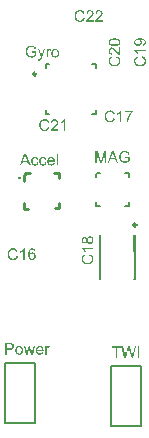
<source format=gto>
%FSAX24Y24*%
%MOIN*%
G70*
G01*
G75*
%ADD10R,0.0126X0.0354*%
%ADD11R,0.0315X0.0126*%
%ADD12R,0.0118X0.0177*%
%ADD13R,0.0177X0.0118*%
%ADD14O,0.0118X0.0354*%
%ADD15O,0.0354X0.0118*%
%ADD16R,0.0866X0.0787*%
%ADD17R,0.0433X0.0551*%
%ADD18R,0.0551X0.0433*%
%ADD19C,0.0100*%
%ADD20C,0.0080*%
%ADD21C,0.0591*%
%ADD22R,0.0591X0.0591*%
%ADD23C,0.0300*%
%ADD24C,0.0098*%
%ADD25C,0.0079*%
G36*
X024236Y039640D02*
X024187D01*
Y039961D01*
X024075Y039640D01*
X024030D01*
X023919Y039967D01*
Y039640D01*
X023870D01*
Y040024D01*
X023946D01*
X024037Y039752D01*
Y039751D01*
X024038Y039750D01*
X024038Y039748D01*
X024039Y039745D01*
X024041Y039739D01*
X024044Y039730D01*
X024047Y039721D01*
X024050Y039712D01*
X024053Y039703D01*
X024055Y039695D01*
X024056Y039696D01*
X024056Y039699D01*
X024058Y039704D01*
X024060Y039710D01*
X024063Y039719D01*
X024067Y039730D01*
X024071Y039742D01*
X024076Y039757D01*
X024168Y040024D01*
X024236D01*
Y039640D01*
D02*
G37*
G36*
X024866Y040030D02*
X024871D01*
X024881Y040029D01*
X024893Y040027D01*
X024905Y040025D01*
X024918Y040021D01*
X024931Y040017D01*
X024932D01*
X024933Y040016D01*
X024934Y040016D01*
X024937Y040015D01*
X024943Y040011D01*
X024951Y040007D01*
X024959Y040002D01*
X024968Y039995D01*
X024976Y039988D01*
X024984Y039979D01*
X024985Y039978D01*
X024987Y039975D01*
X024991Y039970D01*
X024995Y039962D01*
X024999Y039954D01*
X025004Y039942D01*
X025009Y039930D01*
X025013Y039916D01*
X024967Y039904D01*
Y039905D01*
X024967Y039905D01*
X024966Y039907D01*
X024966Y039909D01*
X024964Y039914D01*
X024962Y039921D01*
X024958Y039929D01*
X024954Y039936D01*
X024951Y039944D01*
X024946Y039950D01*
X024945Y039951D01*
X024943Y039953D01*
X024940Y039956D01*
X024936Y039960D01*
X024931Y039964D01*
X024924Y039969D01*
X024917Y039973D01*
X024909Y039977D01*
X024908Y039977D01*
X024905Y039979D01*
X024900Y039980D01*
X024893Y039982D01*
X024886Y039984D01*
X024877Y039986D01*
X024867Y039987D01*
X024856Y039987D01*
X024850D01*
X024847Y039987D01*
X024844D01*
X024836Y039986D01*
X024826Y039985D01*
X024816Y039983D01*
X024806Y039980D01*
X024796Y039976D01*
X024795Y039976D01*
X024791Y039975D01*
X024787Y039972D01*
X024781Y039969D01*
X024775Y039965D01*
X024767Y039960D01*
X024761Y039955D01*
X024755Y039949D01*
X024754Y039948D01*
X024752Y039946D01*
X024749Y039942D01*
X024746Y039937D01*
X024742Y039932D01*
X024738Y039925D01*
X024734Y039918D01*
X024730Y039910D01*
Y039910D01*
X024730Y039909D01*
X024729Y039907D01*
X024728Y039904D01*
X024727Y039901D01*
X024726Y039897D01*
X024724Y039893D01*
X024723Y039888D01*
X024720Y039876D01*
X024718Y039863D01*
X024716Y039849D01*
X024716Y039833D01*
Y039833D01*
Y039831D01*
Y039828D01*
X024716Y039825D01*
Y039820D01*
X024717Y039815D01*
X024717Y039809D01*
X024718Y039803D01*
X024720Y039789D01*
X024723Y039775D01*
X024727Y039760D01*
X024733Y039747D01*
Y039746D01*
X024734Y039745D01*
X024735Y039743D01*
X024736Y039741D01*
X024740Y039735D01*
X024746Y039727D01*
X024754Y039719D01*
X024762Y039710D01*
X024773Y039703D01*
X024785Y039695D01*
X024785D01*
X024786Y039695D01*
X024788Y039694D01*
X024791Y039693D01*
X024794Y039692D01*
X024797Y039690D01*
X024806Y039687D01*
X024817Y039684D01*
X024830Y039682D01*
X024843Y039679D01*
X024857Y039679D01*
X024862D01*
X024866Y039679D01*
X024869D01*
X024877Y039681D01*
X024887Y039682D01*
X024898Y039684D01*
X024910Y039687D01*
X024921Y039691D01*
X024922D01*
X024923Y039692D01*
X024924Y039692D01*
X024926Y039693D01*
X024932Y039696D01*
X024939Y039699D01*
X024947Y039703D01*
X024955Y039708D01*
X024963Y039713D01*
X024969Y039718D01*
Y039790D01*
X024856D01*
Y039836D01*
X025019D01*
Y039693D01*
X025019Y039693D01*
X025018Y039692D01*
X025016Y039690D01*
X025013Y039688D01*
X025009Y039686D01*
X025006Y039683D01*
X025001Y039680D01*
X024996Y039677D01*
X024984Y039669D01*
X024971Y039662D01*
X024957Y039654D01*
X024942Y039648D01*
X024941D01*
X024940Y039648D01*
X024938Y039647D01*
X024935Y039646D01*
X024931Y039645D01*
X024927Y039643D01*
X024922Y039642D01*
X024917Y039641D01*
X024905Y039638D01*
X024891Y039636D01*
X024876Y039634D01*
X024860Y039633D01*
X024855D01*
X024851Y039634D01*
X024846D01*
X024840Y039634D01*
X024833Y039636D01*
X024826Y039636D01*
X024810Y039639D01*
X024792Y039643D01*
X024775Y039649D01*
X024766Y039653D01*
X024757Y039657D01*
X024756Y039658D01*
X024755Y039658D01*
X024752Y039660D01*
X024749Y039662D01*
X024745Y039664D01*
X024741Y039667D01*
X024731Y039675D01*
X024720Y039685D01*
X024708Y039697D01*
X024697Y039711D01*
X024687Y039727D01*
Y039728D01*
X024686Y039729D01*
X024685Y039732D01*
X024683Y039735D01*
X024681Y039739D01*
X024680Y039745D01*
X024678Y039750D01*
X024675Y039757D01*
X024673Y039764D01*
X024671Y039773D01*
X024669Y039781D01*
X024668Y039790D01*
X024665Y039809D01*
X024664Y039830D01*
Y039830D01*
Y039833D01*
Y039835D01*
X024664Y039839D01*
Y039844D01*
X024665Y039850D01*
X024666Y039856D01*
X024666Y039864D01*
X024668Y039871D01*
X024669Y039880D01*
X024674Y039898D01*
X024679Y039916D01*
X024687Y039934D01*
X024688Y039935D01*
X024688Y039936D01*
X024689Y039939D01*
X024691Y039942D01*
X024694Y039946D01*
X024696Y039951D01*
X024704Y039961D01*
X024714Y039974D01*
X024725Y039985D01*
X024739Y039997D01*
X024746Y040002D01*
X024754Y040007D01*
X024755Y040007D01*
X024756Y040008D01*
X024759Y040009D01*
X024762Y040011D01*
X024766Y040012D01*
X024771Y040015D01*
X024777Y040017D01*
X024784Y040019D01*
X024791Y040021D01*
X024799Y040023D01*
X024807Y040025D01*
X024816Y040027D01*
X024835Y040030D01*
X024845Y040031D01*
X024863D01*
X024866Y040030D01*
D02*
G37*
G36*
X024636Y039640D02*
X024578D01*
X024533Y039757D01*
X024372D01*
X024331Y039640D01*
X024277D01*
X024423Y040024D01*
X024479D01*
X024636Y039640D01*
D02*
G37*
G36*
X025114Y041332D02*
X025113Y041331D01*
X025112Y041330D01*
X025110Y041328D01*
X025107Y041325D01*
X025104Y041321D01*
X025100Y041316D01*
X025095Y041311D01*
X025090Y041304D01*
X025085Y041297D01*
X025079Y041290D01*
X025073Y041281D01*
X025067Y041272D01*
X025060Y041262D01*
X025054Y041251D01*
X025047Y041240D01*
X025040Y041228D01*
X025040Y041228D01*
X025039Y041225D01*
X025037Y041222D01*
X025034Y041217D01*
X025031Y041211D01*
X025028Y041204D01*
X025024Y041196D01*
X025020Y041188D01*
X025016Y041178D01*
X025011Y041168D01*
X025006Y041157D01*
X025002Y041145D01*
X024993Y041121D01*
X024985Y041095D01*
Y041095D01*
X024984Y041093D01*
X024984Y041090D01*
X024983Y041087D01*
X024981Y041083D01*
X024980Y041077D01*
X024979Y041071D01*
X024978Y041064D01*
X024976Y041057D01*
X024974Y041048D01*
X024971Y041031D01*
X024969Y041011D01*
X024967Y040990D01*
X024919D01*
Y040991D01*
Y040992D01*
Y040994D01*
X024919Y040998D01*
Y041002D01*
X024920Y041008D01*
X024920Y041014D01*
X024921Y041021D01*
X024922Y041028D01*
X024923Y041036D01*
X024925Y041045D01*
X024926Y041055D01*
X024928Y041065D01*
X024930Y041076D01*
X024936Y041099D01*
Y041099D01*
X024936Y041102D01*
X024938Y041105D01*
X024939Y041110D01*
X024941Y041115D01*
X024943Y041122D01*
X024945Y041130D01*
X024949Y041138D01*
X024952Y041148D01*
X024955Y041157D01*
X024964Y041178D01*
X024974Y041200D01*
X024985Y041223D01*
X024985Y041223D01*
X024986Y041225D01*
X024988Y041228D01*
X024990Y041233D01*
X024993Y041238D01*
X024997Y041244D01*
X025001Y041250D01*
X025005Y041258D01*
X025016Y041274D01*
X025027Y041290D01*
X025040Y041307D01*
X025053Y041324D01*
X024865D01*
Y041369D01*
X025114D01*
Y041332D01*
D02*
G37*
G36*
X024370Y041380D02*
X024375Y041380D01*
X024381Y041379D01*
X024388Y041378D01*
X024395Y041377D01*
X024410Y041374D01*
X024426Y041369D01*
X024435Y041365D01*
X024443Y041361D01*
X024450Y041356D01*
X024458Y041351D01*
X024459Y041351D01*
X024460Y041350D01*
X024462Y041349D01*
X024465Y041346D01*
X024467Y041343D01*
X024471Y041339D01*
X024475Y041335D01*
X024480Y041330D01*
X024484Y041325D01*
X024489Y041318D01*
X024494Y041311D01*
X024498Y041304D01*
X024502Y041296D01*
X024506Y041287D01*
X024510Y041279D01*
X024513Y041269D01*
X024463Y041257D01*
Y041258D01*
X024462Y041259D01*
X024461Y041261D01*
X024460Y041264D01*
X024459Y041267D01*
X024457Y041271D01*
X024453Y041280D01*
X024448Y041290D01*
X024441Y041300D01*
X024433Y041310D01*
X024424Y041318D01*
X024423Y041319D01*
X024419Y041321D01*
X024414Y041324D01*
X024406Y041328D01*
X024397Y041331D01*
X024386Y041335D01*
X024374Y041337D01*
X024360Y041337D01*
X024355D01*
X024353Y041337D01*
X024349D01*
X024344Y041336D01*
X024334Y041335D01*
X024322Y041332D01*
X024310Y041329D01*
X024297Y041323D01*
X024285Y041316D01*
X024285D01*
X024284Y041315D01*
X024280Y041312D01*
X024275Y041307D01*
X024269Y041301D01*
X024262Y041292D01*
X024255Y041283D01*
X024249Y041271D01*
X024244Y041259D01*
Y041258D01*
X024243Y041257D01*
X024243Y041255D01*
X024242Y041253D01*
X024241Y041249D01*
X024240Y041245D01*
X024238Y041236D01*
X024236Y041225D01*
X024234Y041213D01*
X024233Y041199D01*
X024232Y041185D01*
Y041184D01*
Y041183D01*
Y041180D01*
Y041176D01*
X024233Y041173D01*
Y041168D01*
X024233Y041162D01*
X024234Y041156D01*
X024235Y041143D01*
X024238Y041128D01*
X024242Y041114D01*
X024246Y041099D01*
Y041099D01*
X024247Y041098D01*
X024248Y041096D01*
X024249Y041093D01*
X024252Y041087D01*
X024257Y041079D01*
X024263Y041070D01*
X024271Y041060D01*
X024280Y041052D01*
X024290Y041044D01*
X024291D01*
X024292Y041044D01*
X024294Y041043D01*
X024296Y041042D01*
X024299Y041041D01*
X024302Y041039D01*
X024310Y041036D01*
X024320Y041032D01*
X024331Y041029D01*
X024343Y041027D01*
X024356Y041027D01*
X024360D01*
X024363Y041027D01*
X024367D01*
X024371Y041028D01*
X024381Y041030D01*
X024393Y041033D01*
X024404Y041037D01*
X024416Y041043D01*
X024423Y041047D01*
X024428Y041051D01*
X024429Y041052D01*
X024429Y041052D01*
X024431Y041054D01*
X024433Y041055D01*
X024435Y041058D01*
X024438Y041062D01*
X024441Y041065D01*
X024444Y041069D01*
X024448Y041074D01*
X024451Y041080D01*
X024455Y041085D01*
X024458Y041092D01*
X024461Y041099D01*
X024464Y041107D01*
X024466Y041115D01*
X024469Y041124D01*
X024520Y041112D01*
Y041111D01*
X024519Y041109D01*
X024518Y041105D01*
X024516Y041101D01*
X024515Y041096D01*
X024512Y041090D01*
X024510Y041083D01*
X024506Y041076D01*
X024499Y041060D01*
X024489Y041045D01*
X024482Y041037D01*
X024476Y041029D01*
X024470Y041023D01*
X024462Y041016D01*
X024461Y041016D01*
X024460Y041014D01*
X024457Y041013D01*
X024455Y041011D01*
X024450Y041008D01*
X024446Y041006D01*
X024440Y041003D01*
X024434Y041000D01*
X024426Y040997D01*
X024419Y040994D01*
X024410Y040991D01*
X024401Y040988D01*
X024392Y040986D01*
X024382Y040985D01*
X024371Y040984D01*
X024360Y040983D01*
X024354D01*
X024350Y040984D01*
X024345D01*
X024339Y040984D01*
X024332Y040986D01*
X024324Y040987D01*
X024308Y040989D01*
X024292Y040994D01*
X024275Y041000D01*
X024267Y041004D01*
X024259Y041008D01*
X024259Y041009D01*
X024258Y041009D01*
X024255Y041011D01*
X024253Y041013D01*
X024250Y041016D01*
X024246Y041019D01*
X024242Y041023D01*
X024237Y041027D01*
X024233Y041032D01*
X024228Y041037D01*
X024218Y041050D01*
X024208Y041065D01*
X024200Y041082D01*
Y041082D01*
X024199Y041084D01*
X024198Y041087D01*
X024197Y041090D01*
X024196Y041094D01*
X024194Y041100D01*
X024192Y041106D01*
X024190Y041113D01*
X024188Y041120D01*
X024186Y041128D01*
X024183Y041145D01*
X024181Y041165D01*
X024180Y041185D01*
Y041185D01*
Y041188D01*
Y041191D01*
X024181Y041195D01*
Y041200D01*
X024181Y041206D01*
X024182Y041213D01*
X024183Y041220D01*
X024186Y041236D01*
X024189Y041254D01*
X024195Y041272D01*
X024203Y041289D01*
X024203Y041290D01*
X024204Y041291D01*
X024205Y041294D01*
X024207Y041296D01*
X024209Y041300D01*
X024212Y041305D01*
X024219Y041315D01*
X024229Y041326D01*
X024240Y041337D01*
X024253Y041348D01*
X024268Y041357D01*
X024268Y041358D01*
X024270Y041359D01*
X024272Y041360D01*
X024275Y041361D01*
X024279Y041363D01*
X024284Y041365D01*
X024289Y041367D01*
X024295Y041369D01*
X024302Y041371D01*
X024309Y041374D01*
X024325Y041377D01*
X024343Y041380D01*
X024361Y041381D01*
X024366D01*
X024370Y041380D01*
D02*
G37*
G36*
X024581Y043189D02*
X024585Y043188D01*
X024589Y043186D01*
X024594Y043185D01*
X024600Y043182D01*
X024607Y043180D01*
X024614Y043176D01*
X024630Y043169D01*
X024645Y043159D01*
X024653Y043152D01*
X024661Y043146D01*
X024667Y043140D01*
X024674Y043132D01*
X024674Y043131D01*
X024676Y043130D01*
X024677Y043127D01*
X024679Y043125D01*
X024682Y043120D01*
X024684Y043116D01*
X024687Y043110D01*
X024690Y043104D01*
X024693Y043096D01*
X024696Y043089D01*
X024699Y043080D01*
X024702Y043071D01*
X024704Y043062D01*
X024705Y043052D01*
X024706Y043041D01*
X024707Y043030D01*
Y043030D01*
Y043028D01*
Y043024D01*
X024706Y043020D01*
Y043015D01*
X024706Y043009D01*
X024704Y043002D01*
X024703Y042994D01*
X024701Y042978D01*
X024696Y042962D01*
X024690Y042945D01*
X024686Y042937D01*
X024682Y042929D01*
X024681Y042929D01*
X024681Y042928D01*
X024679Y042925D01*
X024677Y042923D01*
X024674Y042920D01*
X024671Y042916D01*
X024667Y042912D01*
X024663Y042907D01*
X024658Y042903D01*
X024653Y042898D01*
X024640Y042888D01*
X024625Y042878D01*
X024608Y042870D01*
X024608D01*
X024606Y042869D01*
X024603Y042868D01*
X024600Y042867D01*
X024596Y042866D01*
X024590Y042864D01*
X024584Y042862D01*
X024577Y042860D01*
X024570Y042858D01*
X024562Y042856D01*
X024545Y042853D01*
X024525Y042851D01*
X024505Y042850D01*
X024499D01*
X024495Y042851D01*
X024490D01*
X024484Y042851D01*
X024477Y042852D01*
X024470Y042853D01*
X024454Y042856D01*
X024436Y042859D01*
X024418Y042865D01*
X024401Y042873D01*
X024400Y042873D01*
X024399Y042874D01*
X024396Y042875D01*
X024394Y042877D01*
X024390Y042879D01*
X024385Y042882D01*
X024375Y042889D01*
X024364Y042899D01*
X024353Y042910D01*
X024342Y042923D01*
X024333Y042938D01*
X024332Y042938D01*
X024331Y042940D01*
X024330Y042942D01*
X024329Y042945D01*
X024327Y042949D01*
X024325Y042954D01*
X024323Y042959D01*
X024321Y042965D01*
X024319Y042972D01*
X024316Y042979D01*
X024313Y042995D01*
X024310Y043013D01*
X024309Y043031D01*
Y043031D01*
Y043034D01*
Y043036D01*
X024310Y043040D01*
X024310Y043045D01*
X024311Y043051D01*
X024311Y043058D01*
X024313Y043065D01*
X024316Y043080D01*
X024321Y043096D01*
X024325Y043105D01*
X024329Y043113D01*
X024334Y043120D01*
X024339Y043128D01*
X024339Y043129D01*
X024340Y043130D01*
X024341Y043132D01*
X024344Y043135D01*
X024347Y043137D01*
X024351Y043141D01*
X024355Y043145D01*
X024360Y043150D01*
X024365Y043154D01*
X024372Y043159D01*
X024379Y043164D01*
X024386Y043168D01*
X024394Y043172D01*
X024403Y043176D01*
X024411Y043180D01*
X024421Y043183D01*
X024433Y043133D01*
X024432D01*
X024431Y043132D01*
X024429Y043131D01*
X024426Y043130D01*
X024423Y043129D01*
X024419Y043127D01*
X024410Y043123D01*
X024400Y043118D01*
X024390Y043111D01*
X024380Y043103D01*
X024372Y043094D01*
X024371Y043093D01*
X024369Y043089D01*
X024366Y043084D01*
X024362Y043076D01*
X024359Y043067D01*
X024355Y043056D01*
X024353Y043044D01*
X024353Y043030D01*
Y043029D01*
Y043028D01*
Y043025D01*
X024353Y043023D01*
Y043019D01*
X024354Y043014D01*
X024355Y043004D01*
X024358Y042992D01*
X024361Y042980D01*
X024367Y042967D01*
X024374Y042955D01*
Y042955D01*
X024375Y042954D01*
X024378Y042950D01*
X024383Y042945D01*
X024389Y042939D01*
X024398Y042932D01*
X024407Y042925D01*
X024419Y042919D01*
X024431Y042914D01*
X024432D01*
X024433Y042913D01*
X024435Y042913D01*
X024437Y042912D01*
X024441Y042911D01*
X024445Y042910D01*
X024454Y042908D01*
X024465Y042906D01*
X024477Y042904D01*
X024491Y042903D01*
X024505Y042902D01*
X024514D01*
X024517Y042903D01*
X024522D01*
X024528Y042903D01*
X024534Y042904D01*
X024547Y042906D01*
X024562Y042908D01*
X024576Y042912D01*
X024591Y042916D01*
X024591D01*
X024592Y042917D01*
X024594Y042918D01*
X024597Y042919D01*
X024603Y042922D01*
X024611Y042927D01*
X024620Y042933D01*
X024630Y042941D01*
X024638Y042950D01*
X024646Y042960D01*
Y042961D01*
X024646Y042962D01*
X024647Y042964D01*
X024648Y042966D01*
X024650Y042969D01*
X024651Y042972D01*
X024654Y042980D01*
X024658Y042990D01*
X024661Y043001D01*
X024663Y043013D01*
X024663Y043026D01*
Y043026D01*
Y043028D01*
Y043030D01*
X024663Y043033D01*
Y043037D01*
X024662Y043041D01*
X024660Y043051D01*
X024657Y043063D01*
X024653Y043074D01*
X024647Y043086D01*
X024643Y043093D01*
X024639Y043098D01*
X024638Y043099D01*
X024638Y043099D01*
X024636Y043101D01*
X024635Y043103D01*
X024632Y043105D01*
X024628Y043108D01*
X024625Y043111D01*
X024621Y043114D01*
X024616Y043118D01*
X024610Y043121D01*
X024605Y043125D01*
X024598Y043128D01*
X024591Y043131D01*
X024583Y043134D01*
X024575Y043136D01*
X024566Y043139D01*
X024578Y043190D01*
X024579D01*
X024581Y043189D01*
D02*
G37*
G36*
X025550Y043363D02*
X025250D01*
X025250Y043363D01*
X025253Y043360D01*
X025256Y043357D01*
X025260Y043351D01*
X025265Y043345D01*
X025270Y043337D01*
X025276Y043328D01*
X025282Y043318D01*
Y043318D01*
X025283Y043317D01*
X025285Y043314D01*
X025288Y043308D01*
X025291Y043302D01*
X025295Y043294D01*
X025299Y043286D01*
X025303Y043277D01*
X025306Y043269D01*
X025261D01*
Y043270D01*
X025260Y043271D01*
X025259Y043273D01*
X025258Y043276D01*
X025256Y043279D01*
X025254Y043283D01*
X025248Y043292D01*
X025242Y043303D01*
X025234Y043315D01*
X025225Y043326D01*
X025216Y043338D01*
X025215Y043338D01*
X025215Y043339D01*
X025213Y043341D01*
X025211Y043343D01*
X025206Y043348D01*
X025199Y043354D01*
X025191Y043361D01*
X025183Y043368D01*
X025174Y043374D01*
X025164Y043380D01*
Y043411D01*
X025550D01*
Y043363D01*
D02*
G37*
G36*
X025369Y043784D02*
X025376D01*
X025384Y043783D01*
X025392Y043782D01*
X025411Y043780D01*
X025431Y043777D01*
X025450Y043774D01*
X025460Y043771D01*
X025468Y043768D01*
X025468D01*
X025470Y043767D01*
X025472Y043766D01*
X025475Y043765D01*
X025478Y043764D01*
X025483Y043761D01*
X025492Y043756D01*
X025503Y043749D01*
X025514Y043741D01*
X025524Y043731D01*
X025534Y043720D01*
Y043720D01*
X025535Y043719D01*
X025536Y043717D01*
X025537Y043715D01*
X025539Y043711D01*
X025541Y043708D01*
X025543Y043704D01*
X025545Y043699D01*
X025549Y043689D01*
X025553Y043676D01*
X025556Y043662D01*
X025557Y043646D01*
Y043646D01*
Y043644D01*
Y043642D01*
X025556Y043639D01*
Y043635D01*
X025556Y043631D01*
X025553Y043620D01*
X025551Y043609D01*
X025546Y043596D01*
X025540Y043584D01*
X025536Y043578D01*
X025532Y043573D01*
X025531Y043572D01*
X025531Y043572D01*
X025529Y043570D01*
X025527Y043568D01*
X025524Y043566D01*
X025521Y043563D01*
X025513Y043558D01*
X025503Y043552D01*
X025491Y043547D01*
X025477Y043542D01*
X025461Y043539D01*
X025457Y043584D01*
X025458D01*
X025459Y043585D01*
X025460D01*
X025462Y043585D01*
X025468Y043587D01*
X025475Y043589D01*
X025483Y043592D01*
X025491Y043596D01*
X025498Y043600D01*
X025504Y043606D01*
X025504Y043606D01*
X025506Y043609D01*
X025508Y043613D01*
X025511Y043617D01*
X025513Y043623D01*
X025516Y043630D01*
X025517Y043639D01*
X025518Y043648D01*
Y043649D01*
Y043651D01*
X025517Y043655D01*
X025517Y043660D01*
X025516Y043666D01*
X025514Y043673D01*
X025512Y043679D01*
X025508Y043685D01*
X025508Y043686D01*
X025507Y043688D01*
X025504Y043691D01*
X025501Y043695D01*
X025497Y043699D01*
X025493Y043704D01*
X025488Y043708D01*
X025482Y043712D01*
X025481Y043713D01*
X025478Y043714D01*
X025475Y043716D01*
X025470Y043719D01*
X025463Y043721D01*
X025455Y043724D01*
X025446Y043727D01*
X025436Y043730D01*
X025436D01*
X025435Y043730D01*
X025433D01*
X025431Y043731D01*
X025426Y043732D01*
X025418Y043734D01*
X025410Y043735D01*
X025400Y043736D01*
X025390Y043736D01*
X025379Y043737D01*
X025369D01*
X025370Y043736D01*
X025373Y043734D01*
X025377Y043731D01*
X025382Y043727D01*
X025388Y043721D01*
X025394Y043715D01*
X025400Y043707D01*
X025406Y043698D01*
X025406Y043697D01*
X025408Y043694D01*
X025410Y043689D01*
X025412Y043682D01*
X025415Y043674D01*
X025417Y043665D01*
X025419Y043655D01*
X025420Y043645D01*
Y043644D01*
Y043643D01*
Y043640D01*
X025419Y043637D01*
X025418Y043633D01*
X025418Y043628D01*
X025417Y043623D01*
X025415Y043617D01*
X025411Y043604D01*
X025408Y043598D01*
X025405Y043591D01*
X025401Y043584D01*
X025396Y043577D01*
X025391Y043570D01*
X025385Y043564D01*
X025385Y043564D01*
X025384Y043563D01*
X025382Y043562D01*
X025379Y043559D01*
X025375Y043557D01*
X025371Y043554D01*
X025366Y043551D01*
X025361Y043548D01*
X025355Y043545D01*
X025348Y043542D01*
X025340Y043539D01*
X025332Y043537D01*
X025324Y043534D01*
X025314Y043533D01*
X025305Y043532D01*
X025294Y043532D01*
X025289D01*
X025285Y043532D01*
X025280Y043533D01*
X025274Y043533D01*
X025268Y043534D01*
X025260Y043536D01*
X025246Y043540D01*
X025238Y043543D01*
X025230Y043546D01*
X025222Y043550D01*
X025215Y043555D01*
X025207Y043560D01*
X025200Y043566D01*
X025200Y043566D01*
X025199Y043568D01*
X025197Y043569D01*
X025195Y043572D01*
X025192Y043575D01*
X025189Y043580D01*
X025186Y043584D01*
X025182Y043590D01*
X025179Y043595D01*
X025176Y043602D01*
X025170Y043617D01*
X025168Y043625D01*
X025166Y043634D01*
X025165Y043643D01*
X025164Y043652D01*
Y043653D01*
Y043654D01*
Y043656D01*
X025165Y043659D01*
Y043661D01*
X025165Y043665D01*
X025167Y043675D01*
X025169Y043685D01*
X025173Y043697D01*
X025178Y043709D01*
X025185Y043720D01*
Y043721D01*
X025186Y043721D01*
X025187Y043723D01*
X025189Y043725D01*
X025193Y043731D01*
X025199Y043738D01*
X025208Y043745D01*
X025218Y043754D01*
X025229Y043761D01*
X025243Y043767D01*
X025243D01*
X025244Y043768D01*
X025246Y043769D01*
X025249Y043770D01*
X025253Y043771D01*
X025258Y043773D01*
X025264Y043774D01*
X025270Y043776D01*
X025277Y043777D01*
X025285Y043779D01*
X025294Y043780D01*
X025304Y043781D01*
X025314Y043782D01*
X025325Y043784D01*
X025337Y043784D01*
X025362D01*
X025369Y043784D01*
D02*
G37*
G36*
X025431Y043189D02*
X025435Y043188D01*
X025439Y043186D01*
X025444Y043185D01*
X025450Y043182D01*
X025457Y043180D01*
X025464Y043176D01*
X025480Y043169D01*
X025495Y043159D01*
X025503Y043152D01*
X025511Y043146D01*
X025517Y043140D01*
X025524Y043132D01*
X025524Y043131D01*
X025526Y043130D01*
X025527Y043127D01*
X025529Y043125D01*
X025532Y043120D01*
X025534Y043116D01*
X025537Y043110D01*
X025540Y043104D01*
X025543Y043096D01*
X025546Y043089D01*
X025549Y043080D01*
X025552Y043071D01*
X025554Y043062D01*
X025555Y043052D01*
X025556Y043041D01*
X025557Y043030D01*
Y043030D01*
Y043028D01*
Y043024D01*
X025556Y043020D01*
Y043015D01*
X025556Y043009D01*
X025554Y043002D01*
X025553Y042994D01*
X025551Y042978D01*
X025546Y042962D01*
X025540Y042945D01*
X025536Y042937D01*
X025532Y042929D01*
X025531Y042929D01*
X025531Y042928D01*
X025529Y042925D01*
X025527Y042923D01*
X025524Y042920D01*
X025521Y042916D01*
X025517Y042912D01*
X025513Y042907D01*
X025508Y042903D01*
X025503Y042898D01*
X025490Y042888D01*
X025475Y042878D01*
X025458Y042870D01*
X025458D01*
X025456Y042869D01*
X025453Y042868D01*
X025450Y042867D01*
X025446Y042866D01*
X025440Y042864D01*
X025434Y042862D01*
X025427Y042860D01*
X025420Y042858D01*
X025412Y042856D01*
X025395Y042853D01*
X025375Y042851D01*
X025355Y042850D01*
X025349D01*
X025345Y042851D01*
X025340D01*
X025334Y042851D01*
X025327Y042852D01*
X025320Y042853D01*
X025304Y042856D01*
X025286Y042859D01*
X025268Y042865D01*
X025251Y042873D01*
X025250Y042873D01*
X025249Y042874D01*
X025246Y042875D01*
X025244Y042877D01*
X025240Y042879D01*
X025235Y042882D01*
X025225Y042889D01*
X025214Y042899D01*
X025203Y042910D01*
X025192Y042923D01*
X025183Y042938D01*
X025182Y042938D01*
X025181Y042940D01*
X025180Y042942D01*
X025179Y042945D01*
X025177Y042949D01*
X025175Y042954D01*
X025173Y042959D01*
X025171Y042965D01*
X025169Y042972D01*
X025166Y042979D01*
X025163Y042995D01*
X025160Y043013D01*
X025159Y043031D01*
Y043031D01*
Y043034D01*
Y043036D01*
X025160Y043040D01*
X025160Y043045D01*
X025161Y043051D01*
X025161Y043058D01*
X025163Y043065D01*
X025166Y043080D01*
X025171Y043096D01*
X025175Y043105D01*
X025179Y043113D01*
X025184Y043120D01*
X025189Y043128D01*
X025189Y043129D01*
X025190Y043130D01*
X025191Y043132D01*
X025194Y043135D01*
X025197Y043137D01*
X025201Y043141D01*
X025205Y043145D01*
X025210Y043150D01*
X025215Y043154D01*
X025222Y043159D01*
X025229Y043164D01*
X025236Y043168D01*
X025244Y043172D01*
X025253Y043176D01*
X025261Y043180D01*
X025271Y043183D01*
X025283Y043133D01*
X025282D01*
X025281Y043132D01*
X025279Y043131D01*
X025276Y043130D01*
X025273Y043129D01*
X025269Y043127D01*
X025260Y043123D01*
X025250Y043118D01*
X025240Y043111D01*
X025230Y043103D01*
X025222Y043094D01*
X025221Y043093D01*
X025219Y043089D01*
X025216Y043084D01*
X025212Y043076D01*
X025209Y043067D01*
X025205Y043056D01*
X025203Y043044D01*
X025203Y043030D01*
Y043029D01*
Y043028D01*
Y043025D01*
X025203Y043023D01*
Y043019D01*
X025204Y043014D01*
X025205Y043004D01*
X025208Y042992D01*
X025211Y042980D01*
X025217Y042967D01*
X025224Y042955D01*
Y042955D01*
X025225Y042954D01*
X025228Y042950D01*
X025233Y042945D01*
X025239Y042939D01*
X025248Y042932D01*
X025257Y042925D01*
X025269Y042919D01*
X025281Y042914D01*
X025282D01*
X025283Y042913D01*
X025285Y042913D01*
X025287Y042912D01*
X025291Y042911D01*
X025295Y042910D01*
X025304Y042908D01*
X025315Y042906D01*
X025327Y042904D01*
X025341Y042903D01*
X025355Y042902D01*
X025364D01*
X025367Y042903D01*
X025372D01*
X025378Y042903D01*
X025384Y042904D01*
X025397Y042906D01*
X025412Y042908D01*
X025426Y042912D01*
X025441Y042916D01*
X025441D01*
X025442Y042917D01*
X025444Y042918D01*
X025447Y042919D01*
X025453Y042922D01*
X025461Y042927D01*
X025470Y042933D01*
X025480Y042941D01*
X025488Y042950D01*
X025496Y042960D01*
Y042961D01*
X025496Y042962D01*
X025497Y042964D01*
X025498Y042966D01*
X025499Y042969D01*
X025501Y042972D01*
X025504Y042980D01*
X025508Y042990D01*
X025511Y043001D01*
X025513Y043013D01*
X025513Y043026D01*
Y043026D01*
Y043028D01*
Y043030D01*
X025513Y043033D01*
Y043037D01*
X025512Y043041D01*
X025510Y043051D01*
X025507Y043063D01*
X025503Y043074D01*
X025497Y043086D01*
X025493Y043093D01*
X025489Y043098D01*
X025488Y043099D01*
X025488Y043099D01*
X025486Y043101D01*
X025485Y043103D01*
X025482Y043105D01*
X025478Y043108D01*
X025475Y043111D01*
X025471Y043114D01*
X025466Y043118D01*
X025460Y043121D01*
X025455Y043125D01*
X025448Y043128D01*
X025441Y043131D01*
X025433Y043134D01*
X025425Y043136D01*
X025416Y043139D01*
X025428Y043190D01*
X025429D01*
X025431Y043189D01*
D02*
G37*
G36*
X024700Y043226D02*
X024694D01*
X024689Y043227D01*
X024684Y043227D01*
X024679Y043229D01*
X024673Y043230D01*
X024667Y043232D01*
X024667D01*
X024666Y043232D01*
X024663Y043233D01*
X024658Y043236D01*
X024651Y043239D01*
X024643Y043243D01*
X024635Y043249D01*
X024626Y043255D01*
X024616Y043263D01*
X024616D01*
X024615Y043264D01*
X024612Y043267D01*
X024607Y043272D01*
X024600Y043279D01*
X024591Y043287D01*
X024581Y043298D01*
X024570Y043311D01*
X024558Y043325D01*
X024558Y043325D01*
X024556Y043327D01*
X024553Y043331D01*
X024550Y043335D01*
X024546Y043340D01*
X024541Y043346D01*
X024535Y043352D01*
X024529Y043359D01*
X024516Y043373D01*
X024502Y043387D01*
X024496Y043393D01*
X024489Y043399D01*
X024483Y043405D01*
X024477Y043409D01*
X024476D01*
X024476Y043411D01*
X024474Y043412D01*
X024472Y043413D01*
X024466Y043417D01*
X024459Y043421D01*
X024450Y043425D01*
X024440Y043429D01*
X024430Y043431D01*
X024420Y043432D01*
X024419D01*
X024415Y043432D01*
X024410Y043431D01*
X024404Y043429D01*
X024396Y043427D01*
X024388Y043423D01*
X024380Y043418D01*
X024373Y043412D01*
X024371Y043411D01*
X024369Y043408D01*
X024366Y043404D01*
X024363Y043398D01*
X024359Y043390D01*
X024356Y043381D01*
X024354Y043371D01*
X024353Y043359D01*
Y043358D01*
Y043357D01*
Y043356D01*
X024354Y043353D01*
X024354Y043347D01*
X024356Y043339D01*
X024358Y043331D01*
X024362Y043321D01*
X024367Y043312D01*
X024374Y043304D01*
X024375Y043303D01*
X024378Y043301D01*
X024382Y043297D01*
X024389Y043294D01*
X024396Y043290D01*
X024406Y043287D01*
X024418Y043285D01*
X024430Y043283D01*
X024425Y043235D01*
X024425D01*
X024423Y043236D01*
X024420D01*
X024416Y043236D01*
X024412Y043237D01*
X024407Y043239D01*
X024401Y043240D01*
X024395Y043242D01*
X024381Y043246D01*
X024368Y043253D01*
X024361Y043257D01*
X024355Y043262D01*
X024349Y043267D01*
X024343Y043272D01*
X024343Y043273D01*
X024342Y043274D01*
X024340Y043276D01*
X024339Y043278D01*
X024336Y043282D01*
X024334Y043286D01*
X024331Y043290D01*
X024329Y043296D01*
X024326Y043302D01*
X024323Y043308D01*
X024321Y043316D01*
X024319Y043323D01*
X024317Y043332D01*
X024315Y043341D01*
X024315Y043350D01*
X024314Y043360D01*
Y043361D01*
Y043362D01*
Y043366D01*
X024315Y043369D01*
X024315Y043374D01*
X024316Y043379D01*
X024317Y043386D01*
X024318Y043392D01*
X024322Y043406D01*
X024328Y043421D01*
X024331Y043428D01*
X024335Y043435D01*
X024340Y043442D01*
X024345Y043448D01*
X024346Y043448D01*
X024346Y043449D01*
X024349Y043451D01*
X024351Y043453D01*
X024354Y043456D01*
X024358Y043458D01*
X024361Y043461D01*
X024366Y043464D01*
X024377Y043470D01*
X024390Y043475D01*
X024397Y043478D01*
X024405Y043479D01*
X024413Y043480D01*
X024421Y043480D01*
X024425D01*
X024429Y043480D01*
X024435Y043479D01*
X024442Y043478D01*
X024450Y043476D01*
X024458Y043474D01*
X024466Y043470D01*
X024467Y043470D01*
X024470Y043469D01*
X024475Y043467D01*
X024481Y043463D01*
X024487Y043459D01*
X024496Y043453D01*
X024504Y043447D01*
X024514Y043439D01*
X024515Y043438D01*
X024518Y043435D01*
X024521Y043432D01*
X024524Y043429D01*
X024527Y043426D01*
X024531Y043422D01*
X024536Y043417D01*
X024541Y043412D01*
X024546Y043406D01*
X024552Y043399D01*
X024558Y043392D01*
X024566Y043384D01*
X024573Y043376D01*
X024581Y043367D01*
X024581Y043366D01*
X024582Y043365D01*
X024584Y043363D01*
X024586Y043360D01*
X024590Y043357D01*
X024593Y043353D01*
X024600Y043344D01*
X024608Y043335D01*
X024617Y043326D01*
X024624Y043318D01*
X024627Y043315D01*
X024630Y043312D01*
X024630Y043311D01*
X024632Y043310D01*
X024634Y043307D01*
X024637Y043305D01*
X024641Y043302D01*
X024645Y043298D01*
X024654Y043292D01*
Y043481D01*
X024700D01*
Y043226D01*
D02*
G37*
G36*
X024528Y043782D02*
X024535D01*
X024542Y043781D01*
X024550Y043781D01*
X024567Y043779D01*
X024586Y043776D01*
X024603Y043773D01*
X024612Y043771D01*
X024620Y043768D01*
X024621D01*
X024622Y043767D01*
X024624Y043766D01*
X024627Y043765D01*
X024631Y043764D01*
X024635Y043762D01*
X024644Y043757D01*
X024654Y043752D01*
X024665Y043745D01*
X024675Y043736D01*
X024684Y043726D01*
Y043726D01*
X024686Y043725D01*
X024687Y043724D01*
X024688Y043721D01*
X024689Y043719D01*
X024692Y043716D01*
X024696Y043707D01*
X024699Y043697D01*
X024703Y043686D01*
X024706Y043672D01*
X024707Y043657D01*
Y043656D01*
Y043655D01*
Y043651D01*
X024706Y043648D01*
X024706Y043643D01*
X024704Y043638D01*
X024703Y043631D01*
X024702Y043625D01*
X024699Y043618D01*
X024697Y043611D01*
X024694Y043604D01*
X024690Y043596D01*
X024686Y043589D01*
X024680Y043582D01*
X024674Y043575D01*
X024667Y043569D01*
X024667Y043569D01*
X024665Y043568D01*
X024662Y043566D01*
X024658Y043563D01*
X024653Y043560D01*
X024646Y043558D01*
X024638Y043554D01*
X024630Y043550D01*
X024620Y043547D01*
X024608Y043544D01*
X024595Y043540D01*
X024581Y043538D01*
X024565Y043535D01*
X024548Y043533D01*
X024530Y043532D01*
X024511Y043532D01*
X024500D01*
X024494Y043532D01*
X024487D01*
X024480Y043533D01*
X024471Y043533D01*
X024454Y043535D01*
X024436Y043538D01*
X024418Y043541D01*
X024409Y043543D01*
X024401Y043545D01*
X024400D01*
X024399Y043546D01*
X024397Y043547D01*
X024394Y043548D01*
X024390Y043549D01*
X024386Y043552D01*
X024377Y043556D01*
X024367Y043562D01*
X024356Y043569D01*
X024346Y043577D01*
X024337Y043587D01*
Y043588D01*
X024336Y043588D01*
X024335Y043590D01*
X024334Y043592D01*
X024331Y043595D01*
X024330Y043598D01*
X024325Y043606D01*
X024321Y043616D01*
X024318Y043628D01*
X024315Y043642D01*
X024314Y043657D01*
Y043658D01*
Y043658D01*
Y043660D01*
Y043662D01*
X024315Y043668D01*
X024316Y043675D01*
X024318Y043684D01*
X024320Y043692D01*
X024323Y043702D01*
X024327Y043711D01*
Y043711D01*
X024328Y043712D01*
X024329Y043715D01*
X024332Y043719D01*
X024336Y043725D01*
X024341Y043731D01*
X024348Y043737D01*
X024355Y043744D01*
X024363Y043750D01*
X024364Y043750D01*
X024367Y043752D01*
X024372Y043755D01*
X024379Y043759D01*
X024388Y043762D01*
X024397Y043766D01*
X024408Y043770D01*
X024420Y043774D01*
X024421D01*
X024422Y043774D01*
X024424Y043775D01*
X024426Y043775D01*
X024430Y043776D01*
X024434Y043776D01*
X024439Y043777D01*
X024444Y043778D01*
X024450Y043779D01*
X024457Y043780D01*
X024465Y043780D01*
X024472Y043781D01*
X024481Y043782D01*
X024490D01*
X024500Y043782D01*
X024522D01*
X024528Y043782D01*
D02*
G37*
G36*
X024741Y040990D02*
X024693D01*
Y041290D01*
X024693Y041290D01*
X024690Y041287D01*
X024687Y041284D01*
X024681Y041280D01*
X024675Y041275D01*
X024667Y041270D01*
X024658Y041264D01*
X024648Y041258D01*
X024648D01*
X024647Y041257D01*
X024644Y041255D01*
X024638Y041252D01*
X024632Y041249D01*
X024624Y041245D01*
X024616Y041241D01*
X024607Y041237D01*
X024599Y041234D01*
Y041279D01*
X024600D01*
X024601Y041280D01*
X024603Y041281D01*
X024606Y041282D01*
X024609Y041284D01*
X024613Y041286D01*
X024622Y041292D01*
X024633Y041298D01*
X024645Y041306D01*
X024656Y041315D01*
X024668Y041324D01*
X024668Y041325D01*
X024669Y041325D01*
X024671Y041327D01*
X024673Y041329D01*
X024678Y041334D01*
X024685Y041341D01*
X024691Y041349D01*
X024698Y041357D01*
X024704Y041366D01*
X024710Y041376D01*
X024741D01*
Y040990D01*
D02*
G37*
G36*
X021339Y033529D02*
X021344Y033529D01*
X021350Y033527D01*
X021356Y033526D01*
X021363Y033525D01*
X021378Y033520D01*
X021386Y033518D01*
X021393Y033514D01*
X021401Y033510D01*
X021409Y033504D01*
X021416Y033499D01*
X021423Y033492D01*
X021424Y033491D01*
X021425Y033490D01*
X021427Y033488D01*
X021429Y033485D01*
X021432Y033481D01*
X021435Y033476D01*
X021438Y033471D01*
X021442Y033465D01*
X021445Y033458D01*
X021448Y033450D01*
X021452Y033441D01*
X021454Y033432D01*
X021457Y033422D01*
X021458Y033412D01*
X021459Y033400D01*
X021460Y033388D01*
Y033388D01*
Y033386D01*
Y033383D01*
Y033379D01*
X021459Y033375D01*
X021459Y033369D01*
Y033364D01*
X021458Y033358D01*
X021456Y033344D01*
X021453Y033330D01*
X021449Y033316D01*
X021443Y033303D01*
Y033303D01*
X021443Y033302D01*
X021442Y033300D01*
X021441Y033298D01*
X021437Y033293D01*
X021432Y033286D01*
X021425Y033278D01*
X021417Y033271D01*
X021407Y033263D01*
X021396Y033256D01*
X021396D01*
X021395Y033255D01*
X021393Y033254D01*
X021391Y033253D01*
X021388Y033252D01*
X021384Y033251D01*
X021376Y033247D01*
X021367Y033244D01*
X021355Y033242D01*
X021343Y033239D01*
X021330Y033239D01*
X021324D01*
X021320Y033239D01*
X021315Y033240D01*
X021309Y033241D01*
X021302Y033242D01*
X021296Y033243D01*
X021281Y033248D01*
X021272Y033251D01*
X021265Y033254D01*
X021257Y033259D01*
X021249Y033264D01*
X021242Y033269D01*
X021235Y033276D01*
X021234Y033277D01*
X021233Y033278D01*
X021231Y033280D01*
X021229Y033283D01*
X021226Y033287D01*
X021224Y033292D01*
X021220Y033297D01*
X021217Y033304D01*
X021214Y033311D01*
X021210Y033319D01*
X021207Y033328D01*
X021205Y033338D01*
X021202Y033348D01*
X021201Y033359D01*
X021200Y033372D01*
X021199Y033384D01*
Y033385D01*
Y033388D01*
X021200Y033392D01*
Y033397D01*
X021200Y033403D01*
X021201Y033411D01*
X021202Y033419D01*
X021205Y033428D01*
X021207Y033436D01*
X021210Y033446D01*
X021213Y033456D01*
X021217Y033465D01*
X021222Y033474D01*
X021228Y033483D01*
X021234Y033491D01*
X021242Y033499D01*
X021242Y033499D01*
X021244Y033500D01*
X021246Y033501D01*
X021249Y033504D01*
X021252Y033506D01*
X021256Y033509D01*
X021261Y033511D01*
X021266Y033514D01*
X021272Y033517D01*
X021279Y033520D01*
X021294Y033525D01*
X021311Y033529D01*
X021320Y033529D01*
X021330Y033530D01*
X021335D01*
X021339Y033529D01*
D02*
G37*
G36*
X022026D02*
X022030Y033529D01*
X022036Y033527D01*
X022042Y033526D01*
X022049Y033525D01*
X022056Y033523D01*
X022064Y033520D01*
X022071Y033518D01*
X022079Y033514D01*
X022087Y033509D01*
X022094Y033504D01*
X022102Y033498D01*
X022108Y033491D01*
X022109Y033491D01*
X022110Y033490D01*
X022112Y033488D01*
X022114Y033484D01*
X022117Y033480D01*
X022119Y033476D01*
X022123Y033470D01*
X022126Y033464D01*
X022129Y033456D01*
X022133Y033449D01*
X022135Y033440D01*
X022138Y033430D01*
X022140Y033420D01*
X022142Y033409D01*
X022143Y033397D01*
X022144Y033384D01*
Y033384D01*
Y033382D01*
Y033378D01*
X022143Y033372D01*
X021935D01*
Y033372D01*
Y033370D01*
X021936Y033368D01*
Y033364D01*
X021936Y033360D01*
X021937Y033356D01*
X021939Y033346D01*
X021942Y033335D01*
X021947Y033323D01*
X021953Y033312D01*
X021961Y033302D01*
X021961D01*
X021962Y033300D01*
X021965Y033298D01*
X021970Y033294D01*
X021977Y033290D01*
X021986Y033286D01*
X021996Y033282D01*
X022007Y033279D01*
X022013Y033278D01*
X022019Y033278D01*
X022024D01*
X022029Y033278D01*
X022035Y033279D01*
X022042Y033281D01*
X022049Y033283D01*
X022057Y033287D01*
X022064Y033291D01*
X022064Y033292D01*
X022067Y033294D01*
X022070Y033297D01*
X022074Y033302D01*
X022079Y033308D01*
X022084Y033315D01*
X022089Y033324D01*
X022093Y033335D01*
X022142Y033329D01*
Y033328D01*
X022141Y033327D01*
X022141Y033325D01*
X022140Y033322D01*
X022138Y033318D01*
X022137Y033314D01*
X022132Y033304D01*
X022127Y033294D01*
X022119Y033283D01*
X022110Y033272D01*
X022099Y033262D01*
X022098D01*
X022097Y033261D01*
X022095Y033260D01*
X022093Y033258D01*
X022090Y033257D01*
X022087Y033255D01*
X022082Y033253D01*
X022077Y033251D01*
X022072Y033248D01*
X022066Y033246D01*
X022052Y033243D01*
X022037Y033240D01*
X022019Y033239D01*
X022013D01*
X022009Y033239D01*
X022004Y033240D01*
X021998Y033241D01*
X021992Y033242D01*
X021984Y033243D01*
X021969Y033248D01*
X021961Y033251D01*
X021953Y033254D01*
X021944Y033259D01*
X021937Y033264D01*
X021929Y033269D01*
X021922Y033276D01*
X021922Y033277D01*
X021921Y033278D01*
X021919Y033280D01*
X021917Y033283D01*
X021914Y033287D01*
X021911Y033292D01*
X021908Y033297D01*
X021905Y033303D01*
X021901Y033310D01*
X021898Y033318D01*
X021895Y033327D01*
X021892Y033337D01*
X021890Y033347D01*
X021888Y033358D01*
X021887Y033369D01*
X021887Y033382D01*
Y033382D01*
Y033385D01*
Y033388D01*
X021887Y033393D01*
X021888Y033399D01*
X021888Y033406D01*
X021890Y033414D01*
X021891Y033421D01*
X021896Y033439D01*
X021898Y033448D01*
X021902Y033458D01*
X021906Y033466D01*
X021911Y033475D01*
X021917Y033483D01*
X021923Y033491D01*
X021923Y033491D01*
X021925Y033493D01*
X021927Y033494D01*
X021929Y033497D01*
X021933Y033500D01*
X021937Y033503D01*
X021942Y033507D01*
X021948Y033510D01*
X021954Y033514D01*
X021962Y033518D01*
X021969Y033521D01*
X021978Y033524D01*
X021987Y033526D01*
X021996Y033528D01*
X022006Y033529D01*
X022017Y033530D01*
X022022D01*
X022026Y033529D01*
D02*
G37*
G36*
X025125Y033135D02*
X025075D01*
X024995Y033427D01*
Y033428D01*
X024994Y033429D01*
X024994Y033431D01*
X024993Y033434D01*
X024992Y033440D01*
X024990Y033447D01*
X024988Y033455D01*
X024986Y033462D01*
X024984Y033468D01*
X024983Y033471D01*
X024983Y033472D01*
Y033472D01*
X024982Y033471D01*
X024982Y033468D01*
X024981Y033463D01*
X024979Y033457D01*
X024977Y033450D01*
X024975Y033442D01*
X024973Y033435D01*
X024971Y033427D01*
X024890Y033135D01*
X024837D01*
X024736Y033519D01*
X024789D01*
X024846Y033267D01*
Y033267D01*
X024847Y033265D01*
X024847Y033263D01*
X024848Y033260D01*
X024848Y033257D01*
X024850Y033253D01*
X024851Y033248D01*
X024852Y033242D01*
X024855Y033230D01*
X024857Y033217D01*
X024860Y033203D01*
X024863Y033188D01*
Y033189D01*
X024863Y033191D01*
X024865Y033194D01*
X024865Y033198D01*
X024866Y033203D01*
X024868Y033208D01*
X024871Y033220D01*
X024874Y033233D01*
X024875Y033239D01*
X024877Y033244D01*
X024878Y033249D01*
X024879Y033254D01*
X024880Y033257D01*
X024881Y033259D01*
X024953Y033519D01*
X025015D01*
X025069Y033324D01*
Y033324D01*
X025070Y033321D01*
X025072Y033317D01*
X025073Y033312D01*
X025074Y033305D01*
X025077Y033298D01*
X025079Y033290D01*
X025081Y033280D01*
X025084Y033270D01*
X025086Y033259D01*
X025091Y033237D01*
X025096Y033213D01*
X025100Y033188D01*
Y033189D01*
X025100Y033190D01*
Y033192D01*
X025102Y033195D01*
X025102Y033198D01*
X025103Y033202D01*
X025104Y033207D01*
X025105Y033213D01*
X025108Y033225D01*
X025112Y033239D01*
X025115Y033255D01*
X025119Y033272D01*
X025179Y033519D01*
X025231D01*
X025125Y033135D01*
D02*
G37*
G36*
X024719Y033474D02*
X024593D01*
Y033135D01*
X024542D01*
Y033474D01*
X024415D01*
Y033519D01*
X024719D01*
Y033474D01*
D02*
G37*
G36*
X025338Y033135D02*
X025287D01*
Y033519D01*
X025338D01*
Y033135D01*
D02*
G37*
G36*
X021031Y033629D02*
X021040Y033628D01*
X021050Y033627D01*
X021060Y033626D01*
X021068Y033625D01*
X021069D01*
X021073Y033624D01*
X021078Y033623D01*
X021085Y033621D01*
X021092Y033619D01*
X021100Y033615D01*
X021108Y033611D01*
X021115Y033607D01*
X021116Y033606D01*
X021119Y033605D01*
X021122Y033601D01*
X021126Y033597D01*
X021131Y033592D01*
X021136Y033586D01*
X021142Y033579D01*
X021146Y033570D01*
X021147Y033569D01*
X021148Y033566D01*
X021150Y033561D01*
X021152Y033555D01*
X021154Y033547D01*
X021156Y033538D01*
X021157Y033528D01*
X021158Y033518D01*
Y033517D01*
Y033515D01*
Y033513D01*
X021157Y033509D01*
X021157Y033505D01*
X021156Y033500D01*
X021155Y033495D01*
X021154Y033489D01*
X021150Y033476D01*
X021148Y033469D01*
X021145Y033462D01*
X021141Y033455D01*
X021137Y033448D01*
X021132Y033441D01*
X021126Y033435D01*
X021126Y033434D01*
X021125Y033433D01*
X021123Y033431D01*
X021120Y033430D01*
X021117Y033427D01*
X021113Y033424D01*
X021107Y033421D01*
X021101Y033418D01*
X021094Y033415D01*
X021085Y033412D01*
X021076Y033409D01*
X021066Y033407D01*
X021055Y033404D01*
X021043Y033403D01*
X021029Y033402D01*
X021014Y033401D01*
X020916D01*
Y033245D01*
X020865D01*
Y033629D01*
X021023D01*
X021031Y033629D01*
D02*
G37*
G36*
X023998Y044725D02*
X024003Y044725D01*
X024008Y044724D01*
X024014Y044723D01*
X024020Y044722D01*
X024035Y044718D01*
X024049Y044712D01*
X024056Y044709D01*
X024064Y044705D01*
X024070Y044700D01*
X024076Y044695D01*
X024077Y044694D01*
X024078Y044694D01*
X024079Y044691D01*
X024081Y044689D01*
X024084Y044686D01*
X024087Y044682D01*
X024090Y044679D01*
X024093Y044674D01*
X024099Y044663D01*
X024104Y044650D01*
X024106Y044643D01*
X024107Y044635D01*
X024109Y044627D01*
X024109Y044619D01*
Y044618D01*
Y044615D01*
X024109Y044611D01*
X024108Y044605D01*
X024107Y044598D01*
X024105Y044590D01*
X024102Y044582D01*
X024099Y044574D01*
X024099Y044573D01*
X024097Y044570D01*
X024095Y044565D01*
X024092Y044559D01*
X024087Y044553D01*
X024082Y044544D01*
X024075Y044536D01*
X024067Y044526D01*
X024066Y044525D01*
X024064Y044522D01*
X024061Y044519D01*
X024058Y044516D01*
X024055Y044513D01*
X024050Y044509D01*
X024046Y044504D01*
X024040Y044499D01*
X024035Y044494D01*
X024028Y044488D01*
X024021Y044482D01*
X024013Y044474D01*
X024004Y044467D01*
X023995Y044459D01*
X023995Y044459D01*
X023994Y044458D01*
X023991Y044456D01*
X023989Y044454D01*
X023985Y044450D01*
X023981Y044447D01*
X023973Y044440D01*
X023963Y044432D01*
X023954Y044423D01*
X023946Y044416D01*
X023943Y044413D01*
X023940Y044410D01*
X023940Y044410D01*
X023938Y044408D01*
X023936Y044406D01*
X023933Y044403D01*
X023930Y044399D01*
X023927Y044395D01*
X023920Y044386D01*
X024110D01*
Y044340D01*
X023855D01*
Y044341D01*
Y044343D01*
Y044346D01*
X023855Y044351D01*
X023856Y044356D01*
X023857Y044361D01*
X023858Y044367D01*
X023860Y044373D01*
Y044373D01*
X023861Y044374D01*
X023862Y044377D01*
X023864Y044382D01*
X023868Y044389D01*
X023872Y044397D01*
X023878Y044405D01*
X023884Y044414D01*
X023892Y044424D01*
Y044424D01*
X023893Y044425D01*
X023895Y044428D01*
X023900Y044433D01*
X023908Y044440D01*
X023916Y044449D01*
X023926Y044459D01*
X023939Y044470D01*
X023953Y044482D01*
X023954Y044482D01*
X023956Y044484D01*
X023959Y044487D01*
X023963Y044490D01*
X023968Y044494D01*
X023974Y044499D01*
X023980Y044505D01*
X023988Y044511D01*
X024001Y044524D01*
X024015Y044538D01*
X024022Y044544D01*
X024028Y044551D01*
X024034Y044557D01*
X024038Y044563D01*
Y044564D01*
X024039Y044564D01*
X024040Y044566D01*
X024041Y044568D01*
X024045Y044574D01*
X024050Y044581D01*
X024054Y044590D01*
X024057Y044600D01*
X024060Y044610D01*
X024061Y044620D01*
Y044621D01*
Y044621D01*
X024060Y044625D01*
X024060Y044630D01*
X024058Y044636D01*
X024056Y044644D01*
X024052Y044652D01*
X024047Y044660D01*
X024040Y044667D01*
X024039Y044669D01*
X024036Y044671D01*
X024032Y044674D01*
X024026Y044677D01*
X024019Y044681D01*
X024010Y044684D01*
X023999Y044686D01*
X023988Y044687D01*
X023984D01*
X023982Y044686D01*
X023975Y044686D01*
X023968Y044684D01*
X023959Y044682D01*
X023950Y044678D01*
X023941Y044673D01*
X023933Y044666D01*
X023931Y044665D01*
X023929Y044662D01*
X023926Y044658D01*
X023923Y044651D01*
X023919Y044644D01*
X023915Y044634D01*
X023913Y044622D01*
X023912Y044610D01*
X023864Y044615D01*
Y044615D01*
X023864Y044617D01*
Y044620D01*
X023865Y044624D01*
X023866Y044628D01*
X023867Y044633D01*
X023869Y044639D01*
X023870Y044645D01*
X023875Y044659D01*
X023882Y044672D01*
X023885Y044679D01*
X023890Y044685D01*
X023895Y044691D01*
X023901Y044697D01*
X023902Y044697D01*
X023903Y044698D01*
X023904Y044700D01*
X023907Y044701D01*
X023910Y044704D01*
X023914Y044706D01*
X023919Y044709D01*
X023924Y044711D01*
X023930Y044714D01*
X023937Y044717D01*
X023944Y044719D01*
X023952Y044721D01*
X023960Y044723D01*
X023969Y044725D01*
X023979Y044725D01*
X023989Y044726D01*
X023994D01*
X023998Y044725D01*
D02*
G37*
G36*
X023370Y044730D02*
X023375Y044730D01*
X023381Y044729D01*
X023388Y044728D01*
X023395Y044727D01*
X023410Y044724D01*
X023426Y044719D01*
X023435Y044715D01*
X023443Y044711D01*
X023450Y044706D01*
X023458Y044701D01*
X023459Y044701D01*
X023460Y044700D01*
X023462Y044699D01*
X023465Y044696D01*
X023467Y044693D01*
X023471Y044689D01*
X023475Y044685D01*
X023480Y044680D01*
X023484Y044675D01*
X023489Y044668D01*
X023494Y044661D01*
X023498Y044654D01*
X023502Y044646D01*
X023506Y044637D01*
X023510Y044629D01*
X023513Y044619D01*
X023463Y044607D01*
Y044608D01*
X023462Y044609D01*
X023461Y044611D01*
X023460Y044614D01*
X023459Y044617D01*
X023458Y044621D01*
X023453Y044630D01*
X023448Y044640D01*
X023441Y044650D01*
X023433Y044660D01*
X023424Y044668D01*
X023423Y044669D01*
X023419Y044671D01*
X023414Y044674D01*
X023406Y044678D01*
X023397Y044681D01*
X023386Y044685D01*
X023374Y044687D01*
X023360Y044687D01*
X023355D01*
X023353Y044687D01*
X023349D01*
X023344Y044686D01*
X023334Y044685D01*
X023322Y044682D01*
X023310Y044679D01*
X023297Y044673D01*
X023285Y044666D01*
X023285D01*
X023284Y044665D01*
X023280Y044662D01*
X023275Y044657D01*
X023269Y044651D01*
X023262Y044642D01*
X023255Y044633D01*
X023249Y044621D01*
X023244Y044609D01*
Y044608D01*
X023243Y044607D01*
X023243Y044605D01*
X023242Y044603D01*
X023241Y044599D01*
X023240Y044595D01*
X023238Y044586D01*
X023236Y044575D01*
X023234Y044563D01*
X023233Y044549D01*
X023232Y044535D01*
Y044534D01*
Y044533D01*
Y044530D01*
Y044526D01*
X023233Y044523D01*
Y044518D01*
X023233Y044512D01*
X023234Y044506D01*
X023235Y044493D01*
X023238Y044478D01*
X023242Y044464D01*
X023246Y044449D01*
Y044449D01*
X023247Y044448D01*
X023248Y044446D01*
X023249Y044443D01*
X023252Y044437D01*
X023257Y044429D01*
X023263Y044420D01*
X023271Y044410D01*
X023280Y044402D01*
X023290Y044394D01*
X023291D01*
X023292Y044394D01*
X023294Y044393D01*
X023296Y044392D01*
X023299Y044391D01*
X023302Y044389D01*
X023310Y044386D01*
X023320Y044382D01*
X023331Y044379D01*
X023343Y044377D01*
X023356Y044377D01*
X023360D01*
X023363Y044377D01*
X023367D01*
X023371Y044378D01*
X023381Y044380D01*
X023393Y044383D01*
X023404Y044387D01*
X023416Y044393D01*
X023423Y044397D01*
X023428Y044401D01*
X023429Y044402D01*
X023429Y044402D01*
X023431Y044404D01*
X023433Y044405D01*
X023435Y044408D01*
X023438Y044412D01*
X023441Y044415D01*
X023444Y044419D01*
X023448Y044424D01*
X023451Y044430D01*
X023455Y044435D01*
X023458Y044442D01*
X023461Y044449D01*
X023464Y044457D01*
X023466Y044465D01*
X023469Y044474D01*
X023520Y044462D01*
Y044461D01*
X023519Y044459D01*
X023518Y044455D01*
X023516Y044451D01*
X023515Y044446D01*
X023512Y044440D01*
X023510Y044433D01*
X023506Y044426D01*
X023499Y044410D01*
X023489Y044395D01*
X023482Y044387D01*
X023476Y044379D01*
X023470Y044373D01*
X023462Y044366D01*
X023461Y044366D01*
X023460Y044364D01*
X023458Y044363D01*
X023455Y044361D01*
X023450Y044358D01*
X023446Y044356D01*
X023440Y044353D01*
X023434Y044350D01*
X023426Y044347D01*
X023419Y044344D01*
X023410Y044341D01*
X023401Y044338D01*
X023392Y044336D01*
X023382Y044335D01*
X023371Y044334D01*
X023360Y044333D01*
X023354D01*
X023350Y044334D01*
X023345D01*
X023339Y044334D01*
X023332Y044336D01*
X023324Y044337D01*
X023308Y044339D01*
X023292Y044344D01*
X023275Y044350D01*
X023267Y044354D01*
X023259Y044358D01*
X023259Y044359D01*
X023258Y044359D01*
X023255Y044361D01*
X023253Y044363D01*
X023250Y044366D01*
X023246Y044369D01*
X023242Y044373D01*
X023237Y044377D01*
X023233Y044382D01*
X023228Y044387D01*
X023218Y044400D01*
X023208Y044415D01*
X023200Y044432D01*
Y044432D01*
X023199Y044434D01*
X023198Y044437D01*
X023197Y044440D01*
X023196Y044444D01*
X023194Y044450D01*
X023192Y044456D01*
X023190Y044463D01*
X023188Y044470D01*
X023186Y044478D01*
X023183Y044495D01*
X023181Y044515D01*
X023180Y044535D01*
Y044535D01*
Y044538D01*
Y044541D01*
X023181Y044545D01*
Y044550D01*
X023181Y044556D01*
X023182Y044563D01*
X023183Y044570D01*
X023186Y044586D01*
X023189Y044604D01*
X023195Y044622D01*
X023203Y044639D01*
X023203Y044640D01*
X023204Y044641D01*
X023205Y044644D01*
X023207Y044646D01*
X023209Y044650D01*
X023212Y044655D01*
X023219Y044665D01*
X023229Y044676D01*
X023240Y044687D01*
X023253Y044698D01*
X023268Y044707D01*
X023268Y044708D01*
X023270Y044709D01*
X023272Y044710D01*
X023275Y044711D01*
X023279Y044713D01*
X023284Y044715D01*
X023289Y044717D01*
X023295Y044719D01*
X023302Y044721D01*
X023309Y044724D01*
X023325Y044727D01*
X023343Y044730D01*
X023361Y044731D01*
X023366D01*
X023370Y044730D01*
D02*
G37*
G36*
X023699Y044725D02*
X023704Y044725D01*
X023709Y044724D01*
X023716Y044723D01*
X023722Y044722D01*
X023736Y044718D01*
X023751Y044712D01*
X023758Y044709D01*
X023765Y044705D01*
X023772Y044700D01*
X023778Y044695D01*
X023778Y044694D01*
X023779Y044694D01*
X023781Y044691D01*
X023783Y044689D01*
X023786Y044686D01*
X023788Y044682D01*
X023791Y044679D01*
X023794Y044674D01*
X023800Y044663D01*
X023805Y044650D01*
X023808Y044643D01*
X023809Y044635D01*
X023810Y044627D01*
X023810Y044619D01*
Y044618D01*
Y044615D01*
X023810Y044611D01*
X023809Y044605D01*
X023808Y044598D01*
X023806Y044590D01*
X023804Y044582D01*
X023800Y044574D01*
X023800Y044573D01*
X023799Y044570D01*
X023797Y044565D01*
X023793Y044559D01*
X023789Y044553D01*
X023783Y044544D01*
X023777Y044536D01*
X023769Y044526D01*
X023768Y044525D01*
X023765Y044522D01*
X023762Y044519D01*
X023759Y044516D01*
X023756Y044513D01*
X023752Y044509D01*
X023747Y044504D01*
X023742Y044499D01*
X023736Y044494D01*
X023729Y044488D01*
X023722Y044482D01*
X023714Y044474D01*
X023706Y044467D01*
X023697Y044459D01*
X023696Y044459D01*
X023695Y044458D01*
X023693Y044456D01*
X023690Y044454D01*
X023687Y044450D01*
X023683Y044447D01*
X023674Y044440D01*
X023665Y044432D01*
X023656Y044423D01*
X023648Y044416D01*
X023645Y044413D01*
X023642Y044410D01*
X023641Y044410D01*
X023640Y044408D01*
X023637Y044406D01*
X023635Y044403D01*
X023632Y044399D01*
X023628Y044395D01*
X023622Y044386D01*
X023811D01*
Y044340D01*
X023556D01*
Y044341D01*
Y044343D01*
Y044346D01*
X023557Y044351D01*
X023557Y044356D01*
X023559Y044361D01*
X023560Y044367D01*
X023562Y044373D01*
Y044373D01*
X023562Y044374D01*
X023564Y044377D01*
X023566Y044382D01*
X023569Y044389D01*
X023573Y044397D01*
X023579Y044405D01*
X023585Y044414D01*
X023593Y044424D01*
Y044424D01*
X023594Y044425D01*
X023597Y044428D01*
X023602Y044433D01*
X023609Y044440D01*
X023617Y044449D01*
X023628Y044459D01*
X023641Y044470D01*
X023655Y044482D01*
X023655Y044482D01*
X023657Y044484D01*
X023661Y044487D01*
X023665Y044490D01*
X023670Y044494D01*
X023676Y044499D01*
X023682Y044505D01*
X023689Y044511D01*
X023703Y044524D01*
X023717Y044538D01*
X023723Y044544D01*
X023729Y044551D01*
X023735Y044557D01*
X023739Y044563D01*
Y044564D01*
X023741Y044564D01*
X023742Y044566D01*
X023743Y044568D01*
X023747Y044574D01*
X023751Y044581D01*
X023755Y044590D01*
X023759Y044600D01*
X023761Y044610D01*
X023762Y044620D01*
Y044621D01*
Y044621D01*
X023762Y044625D01*
X023761Y044630D01*
X023759Y044636D01*
X023757Y044644D01*
X023753Y044652D01*
X023748Y044660D01*
X023742Y044667D01*
X023741Y044669D01*
X023738Y044671D01*
X023734Y044674D01*
X023728Y044677D01*
X023720Y044681D01*
X023711Y044684D01*
X023701Y044686D01*
X023689Y044687D01*
X023686D01*
X023683Y044686D01*
X023677Y044686D01*
X023669Y044684D01*
X023661Y044682D01*
X023651Y044678D01*
X023642Y044673D01*
X023634Y044666D01*
X023633Y044665D01*
X023631Y044662D01*
X023627Y044658D01*
X023624Y044651D01*
X023620Y044644D01*
X023617Y044634D01*
X023615Y044622D01*
X023613Y044610D01*
X023565Y044615D01*
Y044615D01*
X023566Y044617D01*
Y044620D01*
X023566Y044624D01*
X023567Y044628D01*
X023568Y044633D01*
X023570Y044639D01*
X023572Y044645D01*
X023576Y044659D01*
X023583Y044672D01*
X023587Y044679D01*
X023592Y044685D01*
X023597Y044691D01*
X023602Y044697D01*
X023603Y044697D01*
X023604Y044698D01*
X023606Y044700D01*
X023608Y044701D01*
X023612Y044704D01*
X023616Y044706D01*
X023620Y044709D01*
X023626Y044711D01*
X023632Y044714D01*
X023638Y044717D01*
X023646Y044719D01*
X023653Y044721D01*
X023662Y044723D01*
X023671Y044725D01*
X023680Y044725D01*
X023690Y044726D01*
X023696D01*
X023699Y044725D01*
D02*
G37*
G36*
X021775Y033245D02*
X021727D01*
X021683Y033412D01*
X021671Y033459D01*
X021615Y033245D01*
X021565D01*
X021481Y033524D01*
X021530D01*
X021575Y033363D01*
X021590Y033303D01*
Y033303D01*
X021591Y033304D01*
X021591Y033307D01*
X021592Y033309D01*
X021593Y033312D01*
X021593Y033315D01*
X021594Y033319D01*
X021595Y033323D01*
X021597Y033329D01*
X021599Y033335D01*
X021600Y033342D01*
X021603Y033350D01*
X021605Y033360D01*
X021649Y033524D01*
X021697D01*
X021739Y033362D01*
X021753Y033308D01*
X021769Y033362D01*
X021817Y033524D01*
X021863D01*
X021775Y033245D01*
D02*
G37*
G36*
X022312Y033529D02*
X022319Y033528D01*
X022326Y033526D01*
X022334Y033523D01*
X022342Y033519D01*
X022352Y033514D01*
X022335Y033471D01*
X022334Y033471D01*
X022332Y033473D01*
X022329Y033474D01*
X022324Y033476D01*
X022319Y033478D01*
X022313Y033479D01*
X022307Y033480D01*
X022301Y033481D01*
X022298D01*
X022295Y033480D01*
X022291Y033480D01*
X022287Y033479D01*
X022282Y033477D01*
X022277Y033475D01*
X022273Y033471D01*
X022272Y033471D01*
X022271Y033470D01*
X022269Y033468D01*
X022266Y033465D01*
X022264Y033461D01*
X022261Y033456D01*
X022258Y033451D01*
X022256Y033445D01*
X022255Y033444D01*
X022255Y033441D01*
X022254Y033436D01*
X022252Y033429D01*
X022250Y033421D01*
X022249Y033412D01*
X022249Y033402D01*
X022248Y033390D01*
Y033245D01*
X022201D01*
Y033524D01*
X022244D01*
Y033481D01*
X022244Y033482D01*
X022246Y033486D01*
X022249Y033491D01*
X022254Y033497D01*
X022258Y033503D01*
X022263Y033510D01*
X022268Y033515D01*
X022273Y033520D01*
X022274Y033520D01*
X022275Y033521D01*
X022279Y033523D01*
X022282Y033525D01*
X022286Y033526D01*
X022292Y033528D01*
X022297Y033529D01*
X022304Y033530D01*
X022307D01*
X022312Y033529D01*
D02*
G37*
G36*
X022544Y043434D02*
X022549Y043434D01*
X022555Y043432D01*
X022561Y043431D01*
X022568Y043430D01*
X022583Y043425D01*
X022591Y043423D01*
X022598Y043419D01*
X022606Y043415D01*
X022614Y043409D01*
X022621Y043404D01*
X022628Y043397D01*
X022629Y043396D01*
X022630Y043395D01*
X022632Y043393D01*
X022634Y043390D01*
X022637Y043386D01*
X022640Y043381D01*
X022643Y043376D01*
X022647Y043370D01*
X022650Y043363D01*
X022653Y043355D01*
X022657Y043346D01*
X022659Y043337D01*
X022662Y043327D01*
X022663Y043316D01*
X022664Y043305D01*
X022665Y043293D01*
Y043293D01*
Y043291D01*
Y043288D01*
Y043284D01*
X022664Y043280D01*
X022664Y043274D01*
Y043269D01*
X022663Y043263D01*
X022661Y043249D01*
X022658Y043235D01*
X022654Y043221D01*
X022648Y043208D01*
Y043208D01*
X022648Y043207D01*
X022647Y043205D01*
X022646Y043203D01*
X022642Y043198D01*
X022637Y043191D01*
X022630Y043183D01*
X022622Y043176D01*
X022612Y043168D01*
X022601Y043161D01*
X022601D01*
X022600Y043160D01*
X022598Y043159D01*
X022596Y043158D01*
X022593Y043157D01*
X022590Y043156D01*
X022581Y043152D01*
X022572Y043149D01*
X022560Y043147D01*
X022548Y043144D01*
X022535Y043144D01*
X022529D01*
X022525Y043144D01*
X022520Y043145D01*
X022514Y043146D01*
X022507Y043147D01*
X022501Y043148D01*
X022486Y043153D01*
X022477Y043156D01*
X022470Y043159D01*
X022462Y043164D01*
X022454Y043169D01*
X022447Y043174D01*
X022440Y043181D01*
X022439Y043182D01*
X022438Y043183D01*
X022436Y043185D01*
X022434Y043188D01*
X022431Y043192D01*
X022429Y043197D01*
X022425Y043202D01*
X022422Y043209D01*
X022419Y043216D01*
X022415Y043224D01*
X022412Y043233D01*
X022410Y043243D01*
X022407Y043253D01*
X022406Y043264D01*
X022405Y043277D01*
X022404Y043289D01*
Y043290D01*
Y043293D01*
X022405Y043297D01*
Y043302D01*
X022405Y043308D01*
X022406Y043316D01*
X022407Y043324D01*
X022410Y043333D01*
X022412Y043341D01*
X022415Y043351D01*
X022418Y043361D01*
X022422Y043370D01*
X022427Y043379D01*
X022433Y043388D01*
X022439Y043396D01*
X022447Y043404D01*
X022447Y043404D01*
X022449Y043405D01*
X022451Y043406D01*
X022454Y043409D01*
X022457Y043411D01*
X022461Y043414D01*
X022466Y043416D01*
X022471Y043419D01*
X022477Y043422D01*
X022484Y043425D01*
X022499Y043430D01*
X022516Y043434D01*
X022525Y043434D01*
X022535Y043435D01*
X022540D01*
X022544Y043434D01*
D02*
G37*
G36*
X022626Y039550D02*
X022579D01*
Y039934D01*
X022626D01*
Y039550D01*
D02*
G37*
G36*
X023681Y036589D02*
X023685Y036588D01*
X023689Y036586D01*
X023694Y036585D01*
X023700Y036582D01*
X023707Y036580D01*
X023714Y036576D01*
X023730Y036569D01*
X023745Y036559D01*
X023753Y036552D01*
X023761Y036546D01*
X023767Y036540D01*
X023774Y036532D01*
X023774Y036531D01*
X023776Y036530D01*
X023777Y036528D01*
X023779Y036525D01*
X023782Y036520D01*
X023784Y036516D01*
X023787Y036510D01*
X023790Y036504D01*
X023793Y036496D01*
X023796Y036489D01*
X023799Y036480D01*
X023802Y036471D01*
X023804Y036462D01*
X023805Y036452D01*
X023806Y036441D01*
X023807Y036430D01*
Y036430D01*
Y036428D01*
Y036424D01*
X023806Y036420D01*
Y036415D01*
X023806Y036409D01*
X023804Y036402D01*
X023803Y036394D01*
X023801Y036378D01*
X023796Y036362D01*
X023790Y036345D01*
X023786Y036337D01*
X023782Y036329D01*
X023781Y036329D01*
X023781Y036328D01*
X023779Y036325D01*
X023777Y036323D01*
X023774Y036320D01*
X023771Y036316D01*
X023767Y036312D01*
X023763Y036307D01*
X023758Y036303D01*
X023753Y036298D01*
X023740Y036288D01*
X023725Y036278D01*
X023708Y036270D01*
X023708D01*
X023706Y036269D01*
X023703Y036268D01*
X023700Y036267D01*
X023696Y036266D01*
X023690Y036264D01*
X023684Y036262D01*
X023677Y036260D01*
X023670Y036258D01*
X023662Y036256D01*
X023645Y036253D01*
X023625Y036251D01*
X023605Y036250D01*
X023599D01*
X023595Y036251D01*
X023590D01*
X023584Y036251D01*
X023577Y036252D01*
X023570Y036253D01*
X023554Y036256D01*
X023536Y036259D01*
X023518Y036265D01*
X023501Y036273D01*
X023500Y036273D01*
X023499Y036274D01*
X023496Y036275D01*
X023494Y036277D01*
X023490Y036279D01*
X023485Y036282D01*
X023475Y036289D01*
X023464Y036299D01*
X023453Y036310D01*
X023442Y036323D01*
X023433Y036338D01*
X023432Y036338D01*
X023431Y036340D01*
X023430Y036342D01*
X023429Y036345D01*
X023427Y036349D01*
X023425Y036354D01*
X023423Y036359D01*
X023421Y036365D01*
X023419Y036372D01*
X023416Y036379D01*
X023413Y036395D01*
X023410Y036413D01*
X023409Y036431D01*
Y036431D01*
Y036434D01*
Y036436D01*
X023410Y036440D01*
X023410Y036445D01*
X023411Y036451D01*
X023412Y036458D01*
X023413Y036465D01*
X023416Y036480D01*
X023421Y036496D01*
X023425Y036505D01*
X023429Y036513D01*
X023434Y036520D01*
X023439Y036528D01*
X023439Y036529D01*
X023440Y036530D01*
X023441Y036532D01*
X023444Y036535D01*
X023447Y036537D01*
X023451Y036541D01*
X023455Y036545D01*
X023460Y036550D01*
X023465Y036554D01*
X023472Y036559D01*
X023479Y036564D01*
X023486Y036568D01*
X023494Y036572D01*
X023503Y036576D01*
X023511Y036580D01*
X023521Y036583D01*
X023533Y036533D01*
X023532D01*
X023531Y036532D01*
X023529Y036531D01*
X023526Y036530D01*
X023523Y036529D01*
X023519Y036528D01*
X023510Y036523D01*
X023500Y036518D01*
X023490Y036511D01*
X023480Y036503D01*
X023472Y036494D01*
X023471Y036493D01*
X023469Y036489D01*
X023466Y036484D01*
X023462Y036476D01*
X023459Y036467D01*
X023455Y036456D01*
X023453Y036444D01*
X023453Y036430D01*
Y036429D01*
Y036428D01*
Y036425D01*
X023453Y036423D01*
Y036419D01*
X023454Y036414D01*
X023455Y036404D01*
X023458Y036392D01*
X023461Y036380D01*
X023467Y036367D01*
X023474Y036355D01*
Y036355D01*
X023475Y036354D01*
X023478Y036350D01*
X023483Y036345D01*
X023489Y036339D01*
X023498Y036332D01*
X023507Y036325D01*
X023519Y036319D01*
X023531Y036314D01*
X023532D01*
X023533Y036313D01*
X023535Y036313D01*
X023537Y036312D01*
X023541Y036311D01*
X023545Y036310D01*
X023554Y036308D01*
X023565Y036306D01*
X023577Y036304D01*
X023591Y036303D01*
X023605Y036302D01*
X023614D01*
X023617Y036303D01*
X023622D01*
X023628Y036303D01*
X023634Y036304D01*
X023647Y036305D01*
X023662Y036308D01*
X023676Y036312D01*
X023691Y036316D01*
X023691D01*
X023692Y036317D01*
X023694Y036318D01*
X023697Y036319D01*
X023703Y036322D01*
X023711Y036327D01*
X023720Y036333D01*
X023730Y036341D01*
X023738Y036350D01*
X023746Y036360D01*
Y036361D01*
X023746Y036362D01*
X023747Y036364D01*
X023748Y036366D01*
X023749Y036369D01*
X023751Y036372D01*
X023754Y036380D01*
X023758Y036390D01*
X023761Y036401D01*
X023763Y036413D01*
X023763Y036426D01*
Y036426D01*
Y036428D01*
Y036430D01*
X023763Y036433D01*
Y036437D01*
X023762Y036441D01*
X023760Y036451D01*
X023757Y036463D01*
X023753Y036474D01*
X023747Y036486D01*
X023743Y036493D01*
X023739Y036498D01*
X023738Y036499D01*
X023738Y036499D01*
X023736Y036501D01*
X023735Y036503D01*
X023732Y036505D01*
X023728Y036508D01*
X023725Y036511D01*
X023721Y036514D01*
X023716Y036518D01*
X023710Y036521D01*
X023705Y036525D01*
X023698Y036528D01*
X023691Y036531D01*
X023683Y036534D01*
X023675Y036536D01*
X023666Y036539D01*
X023678Y036590D01*
X023679D01*
X023681Y036589D01*
D02*
G37*
G36*
X022404Y039834D02*
X022409Y039834D01*
X022414Y039832D01*
X022421Y039831D01*
X022428Y039830D01*
X022434Y039828D01*
X022442Y039825D01*
X022449Y039823D01*
X022457Y039819D01*
X022465Y039814D01*
X022473Y039809D01*
X022480Y039803D01*
X022487Y039796D01*
X022487Y039796D01*
X022488Y039795D01*
X022490Y039793D01*
X022492Y039789D01*
X022495Y039785D01*
X022498Y039781D01*
X022501Y039775D01*
X022504Y039769D01*
X022508Y039761D01*
X022511Y039754D01*
X022514Y039745D01*
X022517Y039735D01*
X022519Y039725D01*
X022520Y039714D01*
X022522Y039702D01*
X022522Y039689D01*
Y039689D01*
Y039687D01*
Y039683D01*
X022522Y039677D01*
X022313D01*
Y039677D01*
Y039675D01*
X022314Y039673D01*
Y039669D01*
X022315Y039665D01*
X022316Y039661D01*
X022317Y039651D01*
X022321Y039640D01*
X022325Y039628D01*
X022331Y039617D01*
X022339Y039607D01*
X022340D01*
X022340Y039606D01*
X022343Y039603D01*
X022348Y039599D01*
X022355Y039595D01*
X022364Y039591D01*
X022374Y039587D01*
X022385Y039584D01*
X022391Y039583D01*
X022398Y039583D01*
X022402D01*
X022407Y039583D01*
X022413Y039584D01*
X022420Y039586D01*
X022428Y039588D01*
X022435Y039592D01*
X022442Y039596D01*
X022443Y039597D01*
X022446Y039599D01*
X022449Y039602D01*
X022453Y039607D01*
X022457Y039613D01*
X022462Y039620D01*
X022467Y039629D01*
X022472Y039640D01*
X022520Y039634D01*
Y039633D01*
X022520Y039632D01*
X022519Y039630D01*
X022518Y039627D01*
X022517Y039623D01*
X022515Y039619D01*
X022510Y039609D01*
X022505Y039599D01*
X022497Y039588D01*
X022488Y039577D01*
X022477Y039567D01*
X022477D01*
X022476Y039566D01*
X022474Y039565D01*
X022472Y039563D01*
X022468Y039562D01*
X022465Y039560D01*
X022461Y039558D01*
X022456Y039556D01*
X022450Y039553D01*
X022444Y039551D01*
X022431Y039548D01*
X022415Y039545D01*
X022398Y039544D01*
X022392D01*
X022388Y039544D01*
X022383Y039545D01*
X022377Y039546D01*
X022370Y039547D01*
X022363Y039548D01*
X022347Y039553D01*
X022339Y039556D01*
X022331Y039559D01*
X022323Y039564D01*
X022315Y039569D01*
X022308Y039574D01*
X022301Y039581D01*
X022300Y039582D01*
X022299Y039583D01*
X022297Y039585D01*
X022295Y039588D01*
X022292Y039592D01*
X022290Y039597D01*
X022286Y039602D01*
X022283Y039608D01*
X022280Y039615D01*
X022276Y039623D01*
X022274Y039632D01*
X022271Y039642D01*
X022269Y039652D01*
X022267Y039663D01*
X022266Y039674D01*
X022265Y039687D01*
Y039687D01*
Y039690D01*
Y039693D01*
X022266Y039698D01*
X022266Y039704D01*
X022267Y039711D01*
X022268Y039719D01*
X022270Y039726D01*
X022274Y039744D01*
X022277Y039753D01*
X022280Y039763D01*
X022285Y039771D01*
X022290Y039780D01*
X022295Y039788D01*
X022301Y039796D01*
X022302Y039796D01*
X022303Y039798D01*
X022305Y039799D01*
X022308Y039802D01*
X022311Y039805D01*
X022316Y039808D01*
X022321Y039812D01*
X022327Y039815D01*
X022333Y039819D01*
X022340Y039823D01*
X022348Y039826D01*
X022356Y039829D01*
X022365Y039831D01*
X022375Y039833D01*
X022385Y039834D01*
X022395Y039835D01*
X022401D01*
X022404Y039834D01*
D02*
G37*
G36*
X021709Y039550D02*
X021651D01*
X021606Y039667D01*
X021445D01*
X021404Y039550D01*
X021350D01*
X021497Y039934D01*
X021552D01*
X021709Y039550D01*
D02*
G37*
G36*
X021775Y036785D02*
X021779D01*
X021784Y036785D01*
X021794Y036782D01*
X021806Y036780D01*
X021818Y036775D01*
X021830Y036769D01*
X021836Y036765D01*
X021842Y036760D01*
X021842Y036760D01*
X021843Y036759D01*
X021845Y036757D01*
X021846Y036756D01*
X021849Y036753D01*
X021851Y036750D01*
X021857Y036742D01*
X021864Y036732D01*
X021869Y036720D01*
X021874Y036706D01*
X021877Y036690D01*
X021830Y036686D01*
Y036687D01*
X021830Y036687D01*
X021829Y036691D01*
X021827Y036696D01*
X021825Y036702D01*
X021823Y036709D01*
X021820Y036715D01*
X021816Y036721D01*
X021812Y036726D01*
X021811Y036727D01*
X021809Y036730D01*
X021805Y036733D01*
X021799Y036737D01*
X021792Y036740D01*
X021784Y036744D01*
X021775Y036746D01*
X021765Y036747D01*
X021761D01*
X021756Y036746D01*
X021751Y036745D01*
X021745Y036744D01*
X021738Y036741D01*
X021731Y036739D01*
X021725Y036734D01*
X021724Y036734D01*
X021721Y036731D01*
X021717Y036727D01*
X021712Y036722D01*
X021706Y036715D01*
X021700Y036707D01*
X021695Y036697D01*
X021689Y036686D01*
Y036686D01*
X021689Y036685D01*
X021688Y036683D01*
X021687Y036681D01*
X021686Y036677D01*
X021685Y036674D01*
X021684Y036669D01*
X021683Y036664D01*
X021681Y036658D01*
X021680Y036651D01*
X021679Y036644D01*
X021679Y036636D01*
X021678Y036627D01*
X021677Y036618D01*
X021676Y036608D01*
Y036598D01*
X021677Y036599D01*
X021679Y036602D01*
X021683Y036606D01*
X021688Y036612D01*
X021694Y036619D01*
X021701Y036625D01*
X021709Y036631D01*
X021718Y036636D01*
X021718D01*
X021719Y036637D01*
X021722Y036639D01*
X021727Y036640D01*
X021734Y036643D01*
X021741Y036645D01*
X021750Y036647D01*
X021760Y036649D01*
X021770Y036649D01*
X021774D01*
X021778Y036649D01*
X021782Y036648D01*
X021786Y036648D01*
X021792Y036646D01*
X021797Y036645D01*
X021810Y036641D01*
X021817Y036638D01*
X021824Y036634D01*
X021830Y036630D01*
X021837Y036626D01*
X021844Y036620D01*
X021850Y036614D01*
X021851Y036614D01*
X021852Y036613D01*
X021854Y036611D01*
X021855Y036608D01*
X021858Y036604D01*
X021861Y036600D01*
X021864Y036595D01*
X021867Y036590D01*
X021870Y036584D01*
X021873Y036577D01*
X021876Y036569D01*
X021879Y036562D01*
X021880Y036553D01*
X021882Y036544D01*
X021883Y036534D01*
X021884Y036524D01*
Y036524D01*
Y036523D01*
Y036521D01*
Y036518D01*
X021883Y036515D01*
Y036512D01*
X021881Y036503D01*
X021880Y036492D01*
X021877Y036481D01*
X021873Y036469D01*
X021867Y036457D01*
Y036457D01*
X021867Y036456D01*
X021866Y036454D01*
X021865Y036452D01*
X021861Y036447D01*
X021856Y036439D01*
X021850Y036432D01*
X021843Y036424D01*
X021834Y036416D01*
X021825Y036409D01*
X021824D01*
X021824Y036409D01*
X021822Y036408D01*
X021820Y036407D01*
X021814Y036404D01*
X021807Y036402D01*
X021797Y036398D01*
X021787Y036396D01*
X021775Y036394D01*
X021763Y036393D01*
X021760D01*
X021757Y036394D01*
X021753D01*
X021748Y036394D01*
X021742Y036396D01*
X021735Y036397D01*
X021729Y036399D01*
X021721Y036401D01*
X021713Y036404D01*
X021705Y036407D01*
X021697Y036412D01*
X021689Y036417D01*
X021681Y036422D01*
X021674Y036429D01*
X021667Y036437D01*
X021666Y036437D01*
X021665Y036439D01*
X021663Y036441D01*
X021661Y036445D01*
X021658Y036450D01*
X021655Y036456D01*
X021652Y036463D01*
X021648Y036470D01*
X021644Y036480D01*
X021641Y036490D01*
X021638Y036502D01*
X021635Y036515D01*
X021633Y036529D01*
X021631Y036545D01*
X021630Y036562D01*
X021629Y036579D01*
Y036580D01*
Y036580D01*
Y036582D01*
Y036584D01*
X021630Y036590D01*
Y036598D01*
X021630Y036606D01*
X021632Y036617D01*
X021633Y036629D01*
X021634Y036641D01*
X021637Y036654D01*
X021639Y036668D01*
X021643Y036681D01*
X021647Y036695D01*
X021652Y036707D01*
X021657Y036720D01*
X021663Y036731D01*
X021670Y036741D01*
X021671Y036742D01*
X021672Y036743D01*
X021674Y036745D01*
X021677Y036749D01*
X021680Y036752D01*
X021685Y036755D01*
X021690Y036760D01*
X021696Y036764D01*
X021703Y036767D01*
X021710Y036772D01*
X021718Y036775D01*
X021726Y036779D01*
X021736Y036782D01*
X021746Y036784D01*
X021756Y036785D01*
X021768Y036786D01*
X021772D01*
X021775Y036785D01*
D02*
G37*
G36*
X021511Y036400D02*
X021463D01*
Y036700D01*
X021463Y036700D01*
X021460Y036697D01*
X021457Y036694D01*
X021451Y036690D01*
X021445Y036685D01*
X021437Y036680D01*
X021428Y036674D01*
X021418Y036668D01*
X021418D01*
X021417Y036667D01*
X021414Y036665D01*
X021408Y036662D01*
X021402Y036659D01*
X021394Y036655D01*
X021386Y036651D01*
X021377Y036647D01*
X021369Y036644D01*
Y036689D01*
X021370D01*
X021371Y036690D01*
X021373Y036691D01*
X021376Y036692D01*
X021379Y036694D01*
X021383Y036696D01*
X021392Y036702D01*
X021403Y036708D01*
X021415Y036716D01*
X021426Y036725D01*
X021438Y036734D01*
X021438Y036735D01*
X021439Y036735D01*
X021441Y036737D01*
X021443Y036739D01*
X021448Y036744D01*
X021455Y036751D01*
X021461Y036759D01*
X021468Y036767D01*
X021474Y036776D01*
X021480Y036786D01*
X021511D01*
Y036400D01*
D02*
G37*
G36*
X021140Y036790D02*
X021145Y036790D01*
X021151Y036789D01*
X021158Y036788D01*
X021165Y036787D01*
X021180Y036784D01*
X021196Y036779D01*
X021205Y036775D01*
X021213Y036771D01*
X021220Y036766D01*
X021228Y036761D01*
X021229Y036761D01*
X021230Y036760D01*
X021232Y036759D01*
X021235Y036756D01*
X021237Y036753D01*
X021241Y036749D01*
X021245Y036745D01*
X021250Y036740D01*
X021254Y036735D01*
X021259Y036728D01*
X021264Y036721D01*
X021268Y036714D01*
X021272Y036706D01*
X021276Y036697D01*
X021280Y036689D01*
X021283Y036679D01*
X021233Y036667D01*
Y036668D01*
X021232Y036669D01*
X021231Y036671D01*
X021230Y036674D01*
X021229Y036677D01*
X021228Y036681D01*
X021223Y036690D01*
X021218Y036700D01*
X021211Y036710D01*
X021203Y036720D01*
X021194Y036728D01*
X021193Y036729D01*
X021189Y036731D01*
X021184Y036734D01*
X021176Y036738D01*
X021167Y036741D01*
X021156Y036745D01*
X021144Y036747D01*
X021130Y036747D01*
X021125D01*
X021123Y036747D01*
X021119D01*
X021114Y036746D01*
X021104Y036745D01*
X021092Y036742D01*
X021080Y036739D01*
X021067Y036733D01*
X021055Y036726D01*
X021055D01*
X021054Y036725D01*
X021050Y036722D01*
X021045Y036717D01*
X021039Y036711D01*
X021032Y036702D01*
X021025Y036693D01*
X021019Y036681D01*
X021014Y036669D01*
Y036668D01*
X021013Y036667D01*
X021013Y036665D01*
X021012Y036663D01*
X021011Y036659D01*
X021010Y036655D01*
X021008Y036646D01*
X021006Y036635D01*
X021004Y036623D01*
X021003Y036609D01*
X021002Y036595D01*
Y036594D01*
Y036593D01*
Y036590D01*
Y036586D01*
X021003Y036583D01*
Y036578D01*
X021003Y036572D01*
X021004Y036566D01*
X021005Y036553D01*
X021008Y036538D01*
X021012Y036524D01*
X021016Y036509D01*
Y036509D01*
X021017Y036508D01*
X021018Y036506D01*
X021019Y036503D01*
X021022Y036497D01*
X021027Y036489D01*
X021033Y036480D01*
X021041Y036470D01*
X021050Y036462D01*
X021060Y036454D01*
X021061D01*
X021062Y036454D01*
X021064Y036453D01*
X021066Y036452D01*
X021069Y036451D01*
X021072Y036449D01*
X021080Y036446D01*
X021090Y036442D01*
X021101Y036439D01*
X021113Y036437D01*
X021126Y036437D01*
X021130D01*
X021133Y036437D01*
X021137D01*
X021141Y036438D01*
X021151Y036440D01*
X021163Y036443D01*
X021174Y036447D01*
X021186Y036453D01*
X021193Y036457D01*
X021198Y036461D01*
X021199Y036462D01*
X021199Y036462D01*
X021201Y036464D01*
X021203Y036465D01*
X021205Y036468D01*
X021208Y036472D01*
X021211Y036475D01*
X021214Y036479D01*
X021218Y036484D01*
X021221Y036490D01*
X021225Y036495D01*
X021228Y036502D01*
X021231Y036509D01*
X021234Y036517D01*
X021236Y036525D01*
X021239Y036534D01*
X021290Y036522D01*
Y036521D01*
X021289Y036519D01*
X021288Y036515D01*
X021286Y036511D01*
X021285Y036506D01*
X021282Y036500D01*
X021280Y036493D01*
X021276Y036486D01*
X021269Y036470D01*
X021259Y036455D01*
X021252Y036447D01*
X021246Y036439D01*
X021240Y036433D01*
X021232Y036426D01*
X021231Y036426D01*
X021230Y036424D01*
X021228Y036423D01*
X021225Y036421D01*
X021220Y036418D01*
X021216Y036416D01*
X021210Y036413D01*
X021204Y036410D01*
X021196Y036407D01*
X021189Y036404D01*
X021180Y036401D01*
X021171Y036398D01*
X021162Y036396D01*
X021152Y036395D01*
X021141Y036394D01*
X021130Y036393D01*
X021124D01*
X021120Y036394D01*
X021115D01*
X021109Y036394D01*
X021102Y036396D01*
X021094Y036397D01*
X021078Y036399D01*
X021062Y036404D01*
X021045Y036410D01*
X021037Y036414D01*
X021029Y036418D01*
X021029Y036419D01*
X021028Y036419D01*
X021025Y036421D01*
X021023Y036423D01*
X021020Y036426D01*
X021016Y036429D01*
X021012Y036433D01*
X021007Y036437D01*
X021003Y036442D01*
X020998Y036447D01*
X020988Y036460D01*
X020978Y036475D01*
X020970Y036492D01*
Y036492D01*
X020969Y036494D01*
X020968Y036497D01*
X020967Y036500D01*
X020966Y036504D01*
X020964Y036510D01*
X020962Y036516D01*
X020960Y036523D01*
X020958Y036530D01*
X020956Y036538D01*
X020953Y036555D01*
X020951Y036575D01*
X020950Y036595D01*
Y036595D01*
Y036598D01*
Y036601D01*
X020951Y036605D01*
Y036610D01*
X020951Y036616D01*
X020952Y036623D01*
X020953Y036630D01*
X020956Y036646D01*
X020959Y036664D01*
X020965Y036682D01*
X020973Y036699D01*
X020973Y036700D01*
X020974Y036701D01*
X020975Y036704D01*
X020977Y036706D01*
X020979Y036710D01*
X020982Y036715D01*
X020989Y036725D01*
X020999Y036736D01*
X021010Y036747D01*
X021023Y036758D01*
X021038Y036767D01*
X021038Y036768D01*
X021040Y036769D01*
X021042Y036770D01*
X021045Y036771D01*
X021049Y036773D01*
X021054Y036775D01*
X021059Y036777D01*
X021065Y036779D01*
X021072Y036781D01*
X021079Y036784D01*
X021095Y036787D01*
X021113Y036790D01*
X021131Y036791D01*
X021136D01*
X021140Y036790D01*
D02*
G37*
G36*
X021864Y039834D02*
X021868D01*
X021872Y039834D01*
X021883Y039832D01*
X021894Y039829D01*
X021907Y039825D01*
X021919Y039819D01*
X021931Y039811D01*
X021931D01*
X021932Y039810D01*
X021935Y039807D01*
X021940Y039802D01*
X021946Y039795D01*
X021952Y039786D01*
X021958Y039775D01*
X021964Y039762D01*
X021968Y039747D01*
X021922Y039740D01*
Y039740D01*
X021921Y039741D01*
X021921Y039744D01*
X021919Y039749D01*
X021916Y039755D01*
X021913Y039762D01*
X021909Y039769D01*
X021904Y039776D01*
X021898Y039781D01*
X021898Y039782D01*
X021896Y039784D01*
X021892Y039786D01*
X021887Y039789D01*
X021881Y039791D01*
X021874Y039794D01*
X021867Y039795D01*
X021858Y039796D01*
X021855D01*
X021852Y039795D01*
X021846Y039795D01*
X021838Y039793D01*
X021829Y039790D01*
X021819Y039785D01*
X021810Y039779D01*
X021805Y039775D01*
X021801Y039770D01*
Y039770D01*
X021800Y039769D01*
X021798Y039768D01*
X021797Y039765D01*
X021796Y039763D01*
X021793Y039759D01*
X021792Y039755D01*
X021790Y039751D01*
X021787Y039745D01*
X021786Y039739D01*
X021783Y039733D01*
X021782Y039725D01*
X021781Y039718D01*
X021780Y039709D01*
X021778Y039699D01*
Y039689D01*
Y039689D01*
Y039687D01*
Y039684D01*
X021779Y039680D01*
Y039675D01*
X021780Y039670D01*
X021781Y039658D01*
X021783Y039645D01*
X021787Y039631D01*
X021792Y039619D01*
X021796Y039613D01*
X021800Y039608D01*
X021801Y039607D01*
X021803Y039604D01*
X021808Y039600D01*
X021815Y039596D01*
X021823Y039591D01*
X021832Y039587D01*
X021843Y039584D01*
X021850Y039583D01*
X021856Y039583D01*
X021857D01*
X021860Y039583D01*
X021866Y039584D01*
X021872Y039585D01*
X021879Y039587D01*
X021887Y039590D01*
X021894Y039594D01*
X021902Y039599D01*
X021903Y039600D01*
X021904Y039603D01*
X021908Y039607D01*
X021912Y039613D01*
X021916Y039620D01*
X021920Y039629D01*
X021923Y039640D01*
X021926Y039652D01*
X021972Y039646D01*
Y039645D01*
X021972Y039644D01*
X021971Y039642D01*
X021970Y039638D01*
X021969Y039634D01*
X021968Y039629D01*
X021964Y039618D01*
X021959Y039607D01*
X021952Y039594D01*
X021943Y039582D01*
X021938Y039576D01*
X021933Y039571D01*
X021932Y039570D01*
X021931Y039569D01*
X021929Y039568D01*
X021927Y039567D01*
X021924Y039564D01*
X021921Y039562D01*
X021916Y039560D01*
X021912Y039557D01*
X021901Y039552D01*
X021887Y039548D01*
X021873Y039545D01*
X021864Y039544D01*
X021856Y039544D01*
X021851D01*
X021847Y039544D01*
X021842Y039545D01*
X021836Y039546D01*
X021830Y039547D01*
X021823Y039548D01*
X021808Y039553D01*
X021801Y039556D01*
X021793Y039559D01*
X021786Y039564D01*
X021778Y039569D01*
X021771Y039574D01*
X021765Y039581D01*
X021764Y039582D01*
X021763Y039583D01*
X021761Y039585D01*
X021759Y039588D01*
X021757Y039592D01*
X021753Y039597D01*
X021751Y039602D01*
X021747Y039608D01*
X021744Y039615D01*
X021741Y039624D01*
X021738Y039632D01*
X021736Y039642D01*
X021734Y039652D01*
X021732Y039664D01*
X021731Y039675D01*
X021730Y039688D01*
Y039689D01*
Y039690D01*
Y039693D01*
Y039696D01*
X021731Y039700D01*
Y039704D01*
X021731Y039709D01*
X021732Y039715D01*
X021734Y039727D01*
X021736Y039740D01*
X021740Y039754D01*
X021745Y039767D01*
Y039768D01*
X021745Y039769D01*
X021746Y039770D01*
X021747Y039773D01*
X021751Y039779D01*
X021756Y039786D01*
X021762Y039794D01*
X021770Y039803D01*
X021780Y039811D01*
X021790Y039818D01*
X021791D01*
X021792Y039818D01*
X021793Y039819D01*
X021796Y039820D01*
X021798Y039821D01*
X021802Y039823D01*
X021810Y039826D01*
X021820Y039829D01*
X021831Y039832D01*
X021843Y039834D01*
X021857Y039835D01*
X021861D01*
X021864Y039834D01*
D02*
G37*
G36*
X022133D02*
X022136D01*
X022141Y039834D01*
X022151Y039832D01*
X022163Y039829D01*
X022175Y039825D01*
X022187Y039819D01*
X022199Y039811D01*
X022200D01*
X022200Y039810D01*
X022204Y039807D01*
X022209Y039802D01*
X022215Y039795D01*
X022221Y039786D01*
X022227Y039775D01*
X022232Y039762D01*
X022236Y039747D01*
X022190Y039740D01*
Y039740D01*
X022190Y039741D01*
X022189Y039744D01*
X022187Y039749D01*
X022185Y039755D01*
X022182Y039762D01*
X022178Y039769D01*
X022173Y039776D01*
X022167Y039781D01*
X022166Y039782D01*
X022164Y039784D01*
X022160Y039786D01*
X022156Y039789D01*
X022150Y039791D01*
X022143Y039794D01*
X022135Y039795D01*
X022127Y039796D01*
X022124D01*
X022121Y039795D01*
X022115Y039795D01*
X022106Y039793D01*
X022098Y039790D01*
X022088Y039785D01*
X022078Y039779D01*
X022074Y039775D01*
X022069Y039770D01*
Y039770D01*
X022068Y039769D01*
X022067Y039768D01*
X022066Y039765D01*
X022064Y039763D01*
X022062Y039759D01*
X022060Y039755D01*
X022058Y039751D01*
X022056Y039745D01*
X022054Y039739D01*
X022052Y039733D01*
X022050Y039725D01*
X022049Y039718D01*
X022048Y039709D01*
X022047Y039699D01*
Y039689D01*
Y039689D01*
Y039687D01*
Y039684D01*
X022048Y039680D01*
Y039675D01*
X022048Y039670D01*
X022050Y039658D01*
X022052Y039645D01*
X022056Y039631D01*
X022061Y039619D01*
X022064Y039613D01*
X022068Y039608D01*
X022069Y039607D01*
X022072Y039604D01*
X022077Y039600D01*
X022083Y039596D01*
X022091Y039591D01*
X022101Y039587D01*
X022112Y039584D01*
X022118Y039583D01*
X022124Y039583D01*
X022125D01*
X022129Y039583D01*
X022134Y039584D01*
X022140Y039585D01*
X022148Y039587D01*
X022155Y039590D01*
X022163Y039594D01*
X022170Y039599D01*
X022171Y039600D01*
X022173Y039603D01*
X022176Y039607D01*
X022180Y039613D01*
X022184Y039620D01*
X022189Y039629D01*
X022192Y039640D01*
X022194Y039652D01*
X022241Y039646D01*
Y039645D01*
X022240Y039644D01*
X022240Y039642D01*
X022239Y039638D01*
X022238Y039634D01*
X022237Y039629D01*
X022233Y039618D01*
X022228Y039607D01*
X022221Y039594D01*
X022212Y039582D01*
X022207Y039576D01*
X022201Y039571D01*
X022201Y039570D01*
X022200Y039569D01*
X022198Y039568D01*
X022196Y039567D01*
X022193Y039564D01*
X022189Y039562D01*
X022185Y039560D01*
X022180Y039557D01*
X022169Y039552D01*
X022156Y039548D01*
X022141Y039545D01*
X022133Y039544D01*
X022125Y039544D01*
X022119D01*
X022115Y039544D01*
X022110Y039545D01*
X022105Y039546D01*
X022099Y039547D01*
X022092Y039548D01*
X022077Y039553D01*
X022070Y039556D01*
X022062Y039559D01*
X022054Y039564D01*
X022047Y039569D01*
X022040Y039574D01*
X022033Y039581D01*
X022033Y039582D01*
X022032Y039583D01*
X022030Y039585D01*
X022028Y039588D01*
X022025Y039592D01*
X022022Y039597D01*
X022019Y039602D01*
X022016Y039608D01*
X022013Y039615D01*
X022010Y039624D01*
X022007Y039632D01*
X022004Y039642D01*
X022002Y039652D01*
X022000Y039664D01*
X021999Y039675D01*
X021999Y039688D01*
Y039689D01*
Y039690D01*
Y039693D01*
Y039696D01*
X021999Y039700D01*
Y039704D01*
X022000Y039709D01*
X022000Y039715D01*
X022002Y039727D01*
X022005Y039740D01*
X022008Y039754D01*
X022013Y039767D01*
Y039768D01*
X022014Y039769D01*
X022015Y039770D01*
X022016Y039773D01*
X022019Y039779D01*
X022024Y039786D01*
X022031Y039794D01*
X022039Y039803D01*
X022048Y039811D01*
X022059Y039818D01*
X022059D01*
X022060Y039818D01*
X022062Y039819D01*
X022064Y039820D01*
X022067Y039821D01*
X022070Y039823D01*
X022079Y039826D01*
X022088Y039829D01*
X022100Y039832D01*
X022112Y039834D01*
X022125Y039835D01*
X022130D01*
X022133Y039834D01*
D02*
G37*
G36*
X023800Y036763D02*
X023500D01*
X023500Y036763D01*
X023503Y036760D01*
X023506Y036757D01*
X023510Y036751D01*
X023515Y036745D01*
X023520Y036737D01*
X023526Y036728D01*
X023532Y036718D01*
Y036718D01*
X023533Y036717D01*
X023535Y036714D01*
X023538Y036708D01*
X023541Y036702D01*
X023545Y036694D01*
X023549Y036686D01*
X023553Y036677D01*
X023556Y036669D01*
X023511D01*
Y036670D01*
X023510Y036671D01*
X023509Y036673D01*
X023508Y036676D01*
X023506Y036679D01*
X023504Y036683D01*
X023498Y036692D01*
X023492Y036703D01*
X023484Y036715D01*
X023475Y036726D01*
X023466Y036738D01*
X023465Y036738D01*
X023465Y036739D01*
X023463Y036741D01*
X023461Y036743D01*
X023456Y036748D01*
X023449Y036755D01*
X023441Y036761D01*
X023433Y036768D01*
X023424Y036774D01*
X023414Y036780D01*
Y036811D01*
X023800D01*
Y036763D01*
D02*
G37*
G36*
X023699Y037184D02*
X023703Y037183D01*
X023708Y037182D01*
X023713Y037181D01*
X023720Y037180D01*
X023732Y037176D01*
X023740Y037173D01*
X023746Y037169D01*
X023753Y037165D01*
X023760Y037161D01*
X023767Y037155D01*
X023773Y037149D01*
X023774Y037149D01*
X023775Y037147D01*
X023777Y037146D01*
X023778Y037143D01*
X023781Y037139D01*
X023784Y037135D01*
X023787Y037130D01*
X023790Y037125D01*
X023793Y037119D01*
X023796Y037111D01*
X023799Y037104D01*
X023802Y037096D01*
X023803Y037087D01*
X023805Y037078D01*
X023806Y037068D01*
X023807Y037058D01*
Y037057D01*
Y037055D01*
Y037052D01*
X023806Y037048D01*
X023806Y037043D01*
X023805Y037038D01*
X023804Y037031D01*
X023802Y037025D01*
X023798Y037010D01*
X023796Y037002D01*
X023793Y036995D01*
X023789Y036987D01*
X023784Y036979D01*
X023779Y036972D01*
X023773Y036965D01*
X023773Y036965D01*
X023772Y036964D01*
X023770Y036962D01*
X023767Y036960D01*
X023764Y036958D01*
X023760Y036954D01*
X023756Y036952D01*
X023750Y036948D01*
X023744Y036945D01*
X023738Y036942D01*
X023724Y036937D01*
X023716Y036934D01*
X023707Y036933D01*
X023698Y036932D01*
X023690Y036931D01*
X023686D01*
X023683Y036932D01*
X023680D01*
X023676Y036932D01*
X023667Y036933D01*
X023657Y036935D01*
X023647Y036939D01*
X023637Y036944D01*
X023627Y036950D01*
X023626D01*
X023626Y036951D01*
X023623Y036953D01*
X023619Y036958D01*
X023613Y036964D01*
X023607Y036971D01*
X023601Y036981D01*
X023596Y036991D01*
X023592Y037004D01*
Y037004D01*
X023592Y037003D01*
X023591Y037001D01*
X023590Y036999D01*
X023588Y036994D01*
X023585Y036988D01*
X023580Y036980D01*
X023575Y036973D01*
X023569Y036967D01*
X023562Y036960D01*
X023561Y036960D01*
X023559Y036958D01*
X023554Y036956D01*
X023549Y036954D01*
X023541Y036951D01*
X023533Y036949D01*
X023524Y036947D01*
X023514Y036947D01*
X023510D01*
X023506Y036947D01*
X023503Y036948D01*
X023499Y036948D01*
X023489Y036950D01*
X023478Y036954D01*
X023466Y036959D01*
X023460Y036963D01*
X023454Y036967D01*
X023449Y036971D01*
X023443Y036976D01*
X023443Y036977D01*
X023442Y036978D01*
X023440Y036980D01*
X023439Y036982D01*
X023436Y036985D01*
X023434Y036989D01*
X023431Y036993D01*
X023429Y036998D01*
X023426Y037003D01*
X023423Y037009D01*
X023421Y037016D01*
X023419Y037023D01*
X023415Y037039D01*
X023415Y037048D01*
X023414Y037056D01*
Y037057D01*
Y037059D01*
Y037061D01*
X023415Y037065D01*
X023415Y037069D01*
X023416Y037074D01*
X023416Y037080D01*
X023418Y037085D01*
X023421Y037099D01*
X023426Y037112D01*
X023430Y037119D01*
X023434Y037125D01*
X023439Y037131D01*
X023444Y037137D01*
X023444Y037138D01*
X023445Y037139D01*
X023446Y037140D01*
X023449Y037142D01*
X023452Y037145D01*
X023455Y037147D01*
X023464Y037153D01*
X023474Y037159D01*
X023486Y037164D01*
X023500Y037167D01*
X023508Y037168D01*
X023515Y037169D01*
X023520D01*
X023525Y037168D01*
X023531Y037167D01*
X023539Y037165D01*
X023546Y037162D01*
X023554Y037159D01*
X023562Y037154D01*
X023563Y037154D01*
X023565Y037151D01*
X023569Y037148D01*
X023573Y037144D01*
X023578Y037137D01*
X023583Y037130D01*
X023588Y037122D01*
X023592Y037112D01*
Y037112D01*
X023593Y037114D01*
X023594Y037115D01*
X023595Y037117D01*
X023597Y037124D01*
X023601Y037132D01*
X023607Y037140D01*
X023613Y037149D01*
X023621Y037157D01*
X023630Y037165D01*
X023630D01*
X023631Y037166D01*
X023634Y037168D01*
X023640Y037171D01*
X023647Y037175D01*
X023656Y037178D01*
X023666Y037181D01*
X023678Y037184D01*
X023691Y037184D01*
X023696D01*
X023699Y037184D01*
D02*
G37*
G36*
X022354Y043434D02*
X022360Y043433D01*
X022368Y043431D01*
X022375Y043428D01*
X022384Y043424D01*
X022394Y043419D01*
X022376Y043376D01*
X022376Y043376D01*
X022374Y043378D01*
X022370Y043379D01*
X022366Y043381D01*
X022361Y043383D01*
X022355Y043384D01*
X022349Y043385D01*
X022343Y043386D01*
X022340D01*
X022337Y043385D01*
X022333Y043385D01*
X022329Y043384D01*
X022324Y043382D01*
X022319Y043380D01*
X022315Y043376D01*
X022314Y043376D01*
X022313Y043375D01*
X022311Y043373D01*
X022308Y043370D01*
X022305Y043366D01*
X022303Y043361D01*
X022300Y043356D01*
X022298Y043350D01*
X022297Y043349D01*
X022296Y043346D01*
X022295Y043341D01*
X022294Y043334D01*
X022292Y043326D01*
X022291Y043316D01*
X022290Y043307D01*
X022290Y043295D01*
Y043150D01*
X022243D01*
Y043429D01*
X022285D01*
Y043386D01*
X022286Y043387D01*
X022288Y043391D01*
X022291Y043396D01*
X022295Y043402D01*
X022300Y043408D01*
X022305Y043415D01*
X022310Y043420D01*
X022315Y043425D01*
X022315Y043425D01*
X022317Y043426D01*
X022320Y043428D01*
X022324Y043430D01*
X022328Y043431D01*
X022334Y043433D01*
X022339Y043434D01*
X022345Y043435D01*
X022349D01*
X022354Y043434D01*
D02*
G37*
G36*
X022097Y043146D02*
Y043145D01*
X022096Y043143D01*
X022095Y043141D01*
X022094Y043138D01*
X022092Y043134D01*
X022091Y043130D01*
X022087Y043121D01*
X022083Y043110D01*
X022078Y043099D01*
X022074Y043090D01*
X022072Y043086D01*
X022070Y043082D01*
X022069Y043081D01*
X022068Y043078D01*
X022065Y043075D01*
X022062Y043070D01*
X022057Y043064D01*
X022052Y043058D01*
X022047Y043053D01*
X022041Y043048D01*
X022041Y043048D01*
X022038Y043047D01*
X022035Y043045D01*
X022030Y043043D01*
X022025Y043041D01*
X022018Y043039D01*
X022011Y043038D01*
X022002Y043037D01*
X022000D01*
X021997Y043038D01*
X021993D01*
X021989Y043039D01*
X021984Y043040D01*
X021978Y043041D01*
X021972Y043043D01*
X021967Y043087D01*
X021968D01*
X021970Y043087D01*
X021973Y043086D01*
X021976Y043085D01*
X021985Y043083D01*
X021994Y043083D01*
X021997D01*
X022000Y043083D01*
X022003D01*
X022011Y043085D01*
X022015Y043087D01*
X022019Y043088D01*
X022020D01*
X022021Y043089D01*
X022022Y043091D01*
X022025Y043092D01*
X022030Y043097D01*
X022034Y043103D01*
Y043103D01*
X022035Y043104D01*
X022036Y043107D01*
X022037Y043110D01*
X022040Y043114D01*
X022042Y043121D01*
X022045Y043129D01*
X022048Y043138D01*
Y043139D01*
X022050Y043141D01*
X022051Y043145D01*
X022053Y043150D01*
X021947Y043429D01*
X021997D01*
X022056Y043267D01*
Y043267D01*
X022056Y043266D01*
X022057Y043264D01*
X022057Y043262D01*
X022058Y043259D01*
X022059Y043255D01*
X022062Y043248D01*
X022066Y043238D01*
X022069Y043227D01*
X022072Y043215D01*
X022076Y043203D01*
Y043203D01*
X022076Y043204D01*
X022077Y043206D01*
X022077Y043208D01*
X022078Y043211D01*
X022079Y043214D01*
X022081Y043223D01*
X022084Y043232D01*
X022088Y043243D01*
X022091Y043254D01*
X022096Y043266D01*
X022155Y043429D01*
X022203D01*
X022097Y043146D01*
D02*
G37*
G36*
X021753Y043540D02*
X021757D01*
X021768Y043539D01*
X021779Y043537D01*
X021791Y043535D01*
X021805Y043531D01*
X021818Y043527D01*
X021818D01*
X021819Y043526D01*
X021821Y043526D01*
X021823Y043525D01*
X021829Y043521D01*
X021837Y043517D01*
X021845Y043512D01*
X021854Y043505D01*
X021862Y043498D01*
X021870Y043489D01*
X021871Y043488D01*
X021874Y043485D01*
X021877Y043480D01*
X021881Y043472D01*
X021886Y043464D01*
X021891Y043452D01*
X021896Y043440D01*
X021900Y043426D01*
X021854Y043414D01*
Y043415D01*
X021853Y043415D01*
X021852Y043417D01*
X021852Y043419D01*
X021850Y043424D01*
X021848Y043431D01*
X021845Y043439D01*
X021841Y043446D01*
X021837Y043454D01*
X021832Y043460D01*
X021831Y043461D01*
X021830Y043463D01*
X021826Y043466D01*
X021823Y043470D01*
X021818Y043474D01*
X021811Y043479D01*
X021804Y043483D01*
X021795Y043487D01*
X021794Y043487D01*
X021791Y043489D01*
X021786Y043490D01*
X021780Y043492D01*
X021772Y043494D01*
X021763Y043496D01*
X021753Y043497D01*
X021743Y043497D01*
X021736D01*
X021734Y043497D01*
X021730D01*
X021722Y043496D01*
X021713Y043495D01*
X021702Y043493D01*
X021692Y043490D01*
X021682Y043486D01*
X021681Y043486D01*
X021678Y043485D01*
X021673Y043482D01*
X021668Y043479D01*
X021661Y043475D01*
X021654Y043470D01*
X021647Y043465D01*
X021641Y043459D01*
X021640Y043458D01*
X021638Y043456D01*
X021635Y043452D01*
X021632Y043447D01*
X021628Y043442D01*
X021624Y043435D01*
X021620Y043428D01*
X021617Y043420D01*
Y043420D01*
X021616Y043419D01*
X021615Y043417D01*
X021614Y043414D01*
X021613Y043411D01*
X021612Y043407D01*
X021611Y043403D01*
X021609Y043398D01*
X021607Y043386D01*
X021604Y043373D01*
X021603Y043359D01*
X021602Y043343D01*
Y043343D01*
Y043341D01*
Y043338D01*
X021603Y043335D01*
Y043330D01*
X021603Y043325D01*
X021604Y043319D01*
X021604Y043313D01*
X021607Y043299D01*
X021609Y043285D01*
X021614Y043270D01*
X021619Y043257D01*
Y043256D01*
X021620Y043255D01*
X021621Y043253D01*
X021623Y043251D01*
X021627Y043245D01*
X021633Y043237D01*
X021640Y043229D01*
X021649Y043220D01*
X021659Y043213D01*
X021671Y043205D01*
X021672D01*
X021673Y043205D01*
X021674Y043204D01*
X021677Y043203D01*
X021680Y043202D01*
X021684Y043201D01*
X021693Y043197D01*
X021704Y043194D01*
X021716Y043192D01*
X021729Y043189D01*
X021743Y043189D01*
X021749D01*
X021752Y043189D01*
X021755D01*
X021764Y043191D01*
X021774Y043192D01*
X021784Y043194D01*
X021796Y043197D01*
X021808Y043201D01*
X021808D01*
X021809Y043202D01*
X021810Y043202D01*
X021813Y043203D01*
X021819Y043206D01*
X021825Y043209D01*
X021833Y043213D01*
X021841Y043218D01*
X021849Y043223D01*
X021856Y043228D01*
Y043300D01*
X021743D01*
Y043346D01*
X021906D01*
Y043203D01*
X021905Y043203D01*
X021904Y043202D01*
X021902Y043201D01*
X021899Y043198D01*
X021896Y043196D01*
X021892Y043193D01*
X021887Y043190D01*
X021882Y043187D01*
X021870Y043179D01*
X021857Y043172D01*
X021843Y043164D01*
X021828Y043158D01*
X021827D01*
X021826Y043158D01*
X021824Y043157D01*
X021821Y043156D01*
X021818Y043155D01*
X021813Y043153D01*
X021808Y043152D01*
X021803Y043151D01*
X021791Y043148D01*
X021777Y043146D01*
X021762Y043144D01*
X021746Y043143D01*
X021741D01*
X021737Y043144D01*
X021732D01*
X021726Y043144D01*
X021719Y043146D01*
X021712Y043146D01*
X021696Y043149D01*
X021679Y043153D01*
X021661Y043159D01*
X021652Y043163D01*
X021643Y043167D01*
X021643Y043168D01*
X021641Y043168D01*
X021639Y043170D01*
X021635Y043172D01*
X021632Y043174D01*
X021628Y043177D01*
X021617Y043185D01*
X021606Y043195D01*
X021594Y043207D01*
X021583Y043221D01*
X021573Y043237D01*
Y043238D01*
X021572Y043239D01*
X021571Y043242D01*
X021569Y043245D01*
X021568Y043249D01*
X021566Y043255D01*
X021564Y043260D01*
X021562Y043267D01*
X021559Y043274D01*
X021557Y043283D01*
X021556Y043291D01*
X021554Y043300D01*
X021551Y043319D01*
X021550Y043340D01*
Y043340D01*
Y043343D01*
Y043345D01*
X021551Y043349D01*
Y043354D01*
X021551Y043360D01*
X021552Y043366D01*
X021553Y043374D01*
X021554Y043381D01*
X021556Y043390D01*
X021560Y043408D01*
X021566Y043426D01*
X021573Y043444D01*
X021574Y043445D01*
X021574Y043446D01*
X021576Y043449D01*
X021578Y043452D01*
X021580Y043456D01*
X021583Y043461D01*
X021591Y043471D01*
X021600Y043484D01*
X021612Y043495D01*
X021625Y043507D01*
X021633Y043512D01*
X021640Y043517D01*
X021641Y043517D01*
X021643Y043518D01*
X021645Y043519D01*
X021648Y043521D01*
X021653Y043522D01*
X021658Y043525D01*
X021663Y043527D01*
X021670Y043529D01*
X021677Y043531D01*
X021685Y043533D01*
X021693Y043535D01*
X021702Y043537D01*
X021721Y043540D01*
X021731Y043541D01*
X021749D01*
X021753Y043540D01*
D02*
G37*
G36*
X022190Y041090D02*
X022195Y041090D01*
X022201Y041089D01*
X022208Y041089D01*
X022215Y041087D01*
X022230Y041083D01*
X022246Y041079D01*
X022255Y041075D01*
X022263Y041071D01*
X022270Y041066D01*
X022278Y041061D01*
X022279Y041061D01*
X022280Y041060D01*
X022282Y041059D01*
X022285Y041056D01*
X022287Y041053D01*
X022291Y041049D01*
X022295Y041045D01*
X022300Y041040D01*
X022304Y041035D01*
X022309Y041028D01*
X022314Y041021D01*
X022318Y041014D01*
X022322Y041006D01*
X022326Y040997D01*
X022330Y040989D01*
X022333Y040979D01*
X022283Y040967D01*
Y040968D01*
X022282Y040969D01*
X022281Y040971D01*
X022280Y040974D01*
X022279Y040977D01*
X022278Y040981D01*
X022273Y040990D01*
X022268Y041000D01*
X022261Y041010D01*
X022253Y041020D01*
X022244Y041028D01*
X022243Y041029D01*
X022239Y041031D01*
X022234Y041034D01*
X022226Y041038D01*
X022217Y041041D01*
X022206Y041045D01*
X022194Y041047D01*
X022180Y041047D01*
X022175D01*
X022173Y041047D01*
X022169D01*
X022164Y041046D01*
X022154Y041045D01*
X022142Y041042D01*
X022130Y041039D01*
X022117Y041033D01*
X022105Y041026D01*
X022105D01*
X022104Y041025D01*
X022100Y041022D01*
X022095Y041017D01*
X022089Y041011D01*
X022082Y041002D01*
X022075Y040993D01*
X022069Y040981D01*
X022064Y040969D01*
Y040968D01*
X022063Y040967D01*
X022063Y040965D01*
X022062Y040963D01*
X022061Y040959D01*
X022060Y040955D01*
X022058Y040946D01*
X022056Y040935D01*
X022054Y040923D01*
X022053Y040909D01*
X022052Y040895D01*
Y040894D01*
Y040893D01*
Y040890D01*
Y040886D01*
X022053Y040883D01*
Y040878D01*
X022053Y040872D01*
X022054Y040866D01*
X022055Y040853D01*
X022058Y040838D01*
X022062Y040824D01*
X022066Y040809D01*
Y040809D01*
X022067Y040808D01*
X022068Y040806D01*
X022069Y040803D01*
X022072Y040797D01*
X022077Y040789D01*
X022083Y040780D01*
X022091Y040770D01*
X022100Y040762D01*
X022110Y040754D01*
X022111D01*
X022112Y040754D01*
X022114Y040753D01*
X022116Y040752D01*
X022119Y040750D01*
X022122Y040749D01*
X022130Y040746D01*
X022140Y040742D01*
X022151Y040739D01*
X022163Y040737D01*
X022176Y040737D01*
X022180D01*
X022183Y040737D01*
X022187D01*
X022191Y040738D01*
X022201Y040740D01*
X022213Y040743D01*
X022224Y040747D01*
X022236Y040753D01*
X022243Y040757D01*
X022248Y040761D01*
X022249Y040762D01*
X022249Y040762D01*
X022251Y040764D01*
X022253Y040765D01*
X022255Y040768D01*
X022258Y040772D01*
X022261Y040775D01*
X022264Y040779D01*
X022268Y040784D01*
X022271Y040790D01*
X022275Y040795D01*
X022278Y040802D01*
X022281Y040809D01*
X022284Y040817D01*
X022286Y040825D01*
X022289Y040834D01*
X022340Y040822D01*
Y040821D01*
X022339Y040819D01*
X022338Y040815D01*
X022336Y040811D01*
X022335Y040806D01*
X022332Y040800D01*
X022330Y040793D01*
X022326Y040786D01*
X022319Y040770D01*
X022309Y040755D01*
X022302Y040747D01*
X022296Y040739D01*
X022290Y040733D01*
X022282Y040726D01*
X022281Y040726D01*
X022280Y040724D01*
X022278Y040723D01*
X022275Y040721D01*
X022270Y040718D01*
X022266Y040716D01*
X022260Y040713D01*
X022254Y040710D01*
X022246Y040707D01*
X022239Y040704D01*
X022230Y040701D01*
X022221Y040698D01*
X022212Y040696D01*
X022202Y040695D01*
X022191Y040694D01*
X022180Y040693D01*
X022174D01*
X022170Y040694D01*
X022165D01*
X022159Y040694D01*
X022152Y040696D01*
X022144Y040697D01*
X022128Y040699D01*
X022112Y040704D01*
X022095Y040710D01*
X022087Y040714D01*
X022079Y040718D01*
X022079Y040719D01*
X022078Y040719D01*
X022075Y040721D01*
X022073Y040723D01*
X022070Y040726D01*
X022066Y040729D01*
X022062Y040733D01*
X022057Y040737D01*
X022053Y040742D01*
X022048Y040747D01*
X022038Y040760D01*
X022028Y040775D01*
X022020Y040792D01*
Y040792D01*
X022019Y040794D01*
X022018Y040797D01*
X022017Y040800D01*
X022016Y040804D01*
X022014Y040810D01*
X022012Y040816D01*
X022010Y040823D01*
X022008Y040830D01*
X022006Y040838D01*
X022003Y040855D01*
X022001Y040875D01*
X022000Y040895D01*
Y040895D01*
Y040898D01*
Y040901D01*
X022001Y040905D01*
Y040910D01*
X022001Y040916D01*
X022002Y040923D01*
X022003Y040930D01*
X022006Y040946D01*
X022009Y040964D01*
X022015Y040982D01*
X022023Y040999D01*
X022023Y041000D01*
X022024Y041001D01*
X022025Y041004D01*
X022027Y041006D01*
X022029Y041010D01*
X022032Y041015D01*
X022039Y041025D01*
X022049Y041036D01*
X022060Y041047D01*
X022073Y041058D01*
X022088Y041067D01*
X022088Y041068D01*
X022090Y041069D01*
X022092Y041070D01*
X022095Y041071D01*
X022099Y041073D01*
X022104Y041075D01*
X022109Y041077D01*
X022115Y041079D01*
X022122Y041081D01*
X022129Y041083D01*
X022145Y041087D01*
X022163Y041090D01*
X022181Y041091D01*
X022186D01*
X022190Y041090D01*
D02*
G37*
G36*
X022859Y040700D02*
X022812D01*
Y041000D01*
X022811Y041000D01*
X022809Y040997D01*
X022805Y040994D01*
X022800Y040990D01*
X022794Y040985D01*
X022786Y040980D01*
X022777Y040974D01*
X022767Y040968D01*
X022766D01*
X022766Y040967D01*
X022763Y040965D01*
X022757Y040962D01*
X022750Y040959D01*
X022743Y040955D01*
X022734Y040951D01*
X022726Y040947D01*
X022718Y040944D01*
Y040989D01*
X022718D01*
X022719Y040990D01*
X022722Y040991D01*
X022724Y040992D01*
X022728Y040994D01*
X022731Y040996D01*
X022741Y041002D01*
X022752Y041008D01*
X022763Y041016D01*
X022775Y041025D01*
X022786Y041034D01*
X022787Y041035D01*
X022788Y041035D01*
X022789Y041037D01*
X022791Y041039D01*
X022796Y041044D01*
X022803Y041051D01*
X022810Y041059D01*
X022817Y041067D01*
X022823Y041076D01*
X022829Y041086D01*
X022859D01*
Y040700D01*
D02*
G37*
G36*
X022519Y041085D02*
X022524Y041085D01*
X022529Y041084D01*
X022536Y041083D01*
X022542Y041082D01*
X022556Y041078D01*
X022571Y041072D01*
X022578Y041069D01*
X022585Y041065D01*
X022592Y041060D01*
X022598Y041055D01*
X022598Y041054D01*
X022599Y041054D01*
X022601Y041051D01*
X022603Y041049D01*
X022606Y041046D01*
X022608Y041042D01*
X022611Y041039D01*
X022614Y041034D01*
X022620Y041023D01*
X022625Y041010D01*
X022628Y041003D01*
X022629Y040995D01*
X022630Y040987D01*
X022630Y040979D01*
Y040978D01*
Y040975D01*
X022630Y040971D01*
X022629Y040965D01*
X022628Y040958D01*
X022626Y040950D01*
X022624Y040942D01*
X022620Y040934D01*
X022620Y040933D01*
X022619Y040930D01*
X022617Y040925D01*
X022613Y040919D01*
X022609Y040913D01*
X022603Y040904D01*
X022597Y040896D01*
X022589Y040886D01*
X022588Y040885D01*
X022585Y040882D01*
X022582Y040879D01*
X022579Y040876D01*
X022576Y040873D01*
X022572Y040869D01*
X022567Y040864D01*
X022562Y040859D01*
X022556Y040854D01*
X022549Y040848D01*
X022542Y040842D01*
X022534Y040834D01*
X022526Y040827D01*
X022517Y040819D01*
X022516Y040819D01*
X022515Y040818D01*
X022513Y040816D01*
X022510Y040814D01*
X022507Y040810D01*
X022503Y040807D01*
X022494Y040800D01*
X022485Y040792D01*
X022476Y040783D01*
X022468Y040776D01*
X022465Y040773D01*
X022462Y040770D01*
X022461Y040770D01*
X022460Y040768D01*
X022457Y040766D01*
X022455Y040763D01*
X022452Y040759D01*
X022448Y040755D01*
X022442Y040746D01*
X022631D01*
Y040700D01*
X022376D01*
Y040701D01*
Y040703D01*
Y040706D01*
X022377Y040711D01*
X022377Y040716D01*
X022379Y040721D01*
X022380Y040727D01*
X022382Y040733D01*
Y040733D01*
X022382Y040734D01*
X022384Y040737D01*
X022386Y040742D01*
X022389Y040749D01*
X022393Y040757D01*
X022399Y040765D01*
X022405Y040774D01*
X022413Y040784D01*
Y040784D01*
X022414Y040785D01*
X022417Y040788D01*
X022422Y040793D01*
X022429Y040800D01*
X022437Y040809D01*
X022448Y040819D01*
X022461Y040830D01*
X022475Y040842D01*
X022475Y040842D01*
X022477Y040844D01*
X022481Y040847D01*
X022485Y040850D01*
X022490Y040854D01*
X022496Y040859D01*
X022502Y040865D01*
X022509Y040871D01*
X022523Y040884D01*
X022537Y040898D01*
X022543Y040904D01*
X022549Y040911D01*
X022555Y040917D01*
X022559Y040923D01*
Y040924D01*
X022561Y040924D01*
X022562Y040926D01*
X022563Y040928D01*
X022567Y040934D01*
X022571Y040941D01*
X022575Y040950D01*
X022579Y040960D01*
X022581Y040970D01*
X022582Y040980D01*
Y040981D01*
Y040981D01*
X022582Y040985D01*
X022581Y040990D01*
X022579Y040996D01*
X022577Y041004D01*
X022573Y041012D01*
X022568Y041020D01*
X022562Y041027D01*
X022561Y041029D01*
X022558Y041031D01*
X022554Y041034D01*
X022548Y041037D01*
X022540Y041041D01*
X022531Y041044D01*
X022521Y041046D01*
X022509Y041047D01*
X022506D01*
X022503Y041046D01*
X022497Y041046D01*
X022489Y041044D01*
X022481Y041042D01*
X022471Y041038D01*
X022462Y041033D01*
X022454Y041026D01*
X022453Y041025D01*
X022451Y041022D01*
X022447Y041018D01*
X022444Y041011D01*
X022440Y041004D01*
X022437Y040994D01*
X022435Y040982D01*
X022433Y040970D01*
X022385Y040975D01*
Y040975D01*
X022386Y040977D01*
Y040980D01*
X022386Y040984D01*
X022387Y040988D01*
X022389Y040993D01*
X022390Y040999D01*
X022392Y041005D01*
X022396Y041019D01*
X022403Y041032D01*
X022407Y041039D01*
X022412Y041045D01*
X022417Y041051D01*
X022422Y041057D01*
X022423Y041057D01*
X022424Y041058D01*
X022426Y041060D01*
X022428Y041061D01*
X022432Y041064D01*
X022436Y041066D01*
X022440Y041069D01*
X022446Y041071D01*
X022452Y041074D01*
X022458Y041077D01*
X022466Y041079D01*
X022473Y041081D01*
X022482Y041083D01*
X022491Y041085D01*
X022500Y041085D01*
X022510Y041086D01*
X022516D01*
X022519Y041085D01*
D02*
G37*
%LPC*%
G36*
X021330Y033491D02*
X021326D01*
X021323Y033490D01*
X021317Y033490D01*
X021309Y033488D01*
X021300Y033484D01*
X021290Y033480D01*
X021280Y033473D01*
X021275Y033469D01*
X021271Y033464D01*
Y033464D01*
X021270Y033463D01*
X021268Y033461D01*
X021267Y033459D01*
X021265Y033456D01*
X021263Y033453D01*
X021261Y033449D01*
X021259Y033444D01*
X021257Y033439D01*
X021255Y033433D01*
X021253Y033426D01*
X021251Y033419D01*
X021250Y033412D01*
X021249Y033403D01*
X021248Y033394D01*
X021247Y033384D01*
Y033384D01*
Y033382D01*
Y033379D01*
X021248Y033375D01*
Y033371D01*
X021249Y033366D01*
X021250Y033354D01*
X021253Y033341D01*
X021257Y033328D01*
X021263Y033315D01*
X021267Y033309D01*
X021271Y033304D01*
X021271D01*
X021272Y033303D01*
X021275Y033300D01*
X021280Y033296D01*
X021287Y033291D01*
X021295Y033286D01*
X021305Y033282D01*
X021317Y033279D01*
X021323Y033278D01*
X021330Y033278D01*
X021333D01*
X021336Y033278D01*
X021342Y033279D01*
X021350Y033281D01*
X021359Y033284D01*
X021369Y033289D01*
X021378Y033296D01*
X021383Y033300D01*
X021388Y033304D01*
X021388Y033305D01*
X021389Y033305D01*
X021390Y033307D01*
X021392Y033309D01*
X021393Y033312D01*
X021396Y033315D01*
X021398Y033320D01*
X021400Y033324D01*
X021402Y033330D01*
X021404Y033336D01*
X021406Y033343D01*
X021408Y033350D01*
X021409Y033358D01*
X021411Y033367D01*
X021412Y033376D01*
Y033386D01*
Y033387D01*
Y033388D01*
Y033391D01*
X021411Y033394D01*
Y033399D01*
X021411Y033404D01*
X021409Y033415D01*
X021406Y033428D01*
X021402Y033441D01*
X021396Y033453D01*
X021392Y033459D01*
X021388Y033464D01*
Y033465D01*
X021387Y033465D01*
X021383Y033469D01*
X021378Y033473D01*
X021372Y033478D01*
X021363Y033483D01*
X021353Y033487D01*
X021342Y033490D01*
X021336Y033490D01*
X021330Y033491D01*
D02*
G37*
G36*
X023691Y037136D02*
X023688D01*
X023686Y037135D01*
X023680Y037135D01*
X023671Y037133D01*
X023663Y037130D01*
X023653Y037126D01*
X023644Y037121D01*
X023635Y037113D01*
X023634Y037112D01*
X023632Y037109D01*
X023628Y037104D01*
X023624Y037097D01*
X023620Y037089D01*
X023616Y037079D01*
X023614Y037068D01*
X023612Y037056D01*
Y037055D01*
Y037054D01*
Y037053D01*
X023613Y037050D01*
X023614Y037044D01*
X023615Y037036D01*
X023618Y037028D01*
X023622Y037019D01*
X023627Y037009D01*
X023635Y037001D01*
X023636Y037000D01*
X023638Y036998D01*
X023643Y036994D01*
X023650Y036990D01*
X023658Y036986D01*
X023667Y036983D01*
X023678Y036980D01*
X023690Y036979D01*
X023693D01*
X023697Y036980D01*
X023702Y036980D01*
X023708Y036981D01*
X023715Y036983D01*
X023721Y036985D01*
X023728Y036988D01*
X023729Y036989D01*
X023732Y036990D01*
X023735Y036992D01*
X023739Y036995D01*
X023744Y036999D01*
X023749Y037004D01*
X023753Y037010D01*
X023758Y037016D01*
X023758Y037018D01*
X023759Y037020D01*
X023761Y037024D01*
X023763Y037029D01*
X023764Y037035D01*
X023766Y037042D01*
X023767Y037050D01*
X023768Y037058D01*
Y037058D01*
Y037059D01*
Y037061D01*
X023767Y037063D01*
X023767Y037070D01*
X023765Y037078D01*
X023762Y037086D01*
X023759Y037096D01*
X023753Y037105D01*
X023746Y037114D01*
X023745Y037115D01*
X023742Y037117D01*
X023737Y037121D01*
X023731Y037125D01*
X023723Y037129D01*
X023714Y037132D01*
X023703Y037135D01*
X023691Y037136D01*
D02*
G37*
G36*
X023515Y037120D02*
X023510D01*
X023505Y037119D01*
X023499Y037118D01*
X023493Y037116D01*
X023485Y037112D01*
X023478Y037108D01*
X023471Y037102D01*
X023470Y037101D01*
X023468Y037099D01*
X023465Y037095D01*
X023462Y037090D01*
X023459Y037083D01*
X023456Y037076D01*
X023454Y037067D01*
X023453Y037058D01*
Y037057D01*
Y037056D01*
Y037053D01*
X023454Y037048D01*
X023455Y037041D01*
X023458Y037034D01*
X023460Y037026D01*
X023465Y037019D01*
X023471Y037012D01*
X023471Y037011D01*
X023474Y037009D01*
X023478Y037006D01*
X023483Y037004D01*
X023489Y037000D01*
X023496Y036998D01*
X023504Y036995D01*
X023513Y036995D01*
X023514D01*
X023517Y036995D01*
X023522Y036996D01*
X023528Y036997D01*
X023535Y036999D01*
X023542Y037002D01*
X023550Y037006D01*
X023557Y037012D01*
X023557Y037013D01*
X023560Y037015D01*
X023562Y037019D01*
X023565Y037024D01*
X023569Y037031D01*
X023571Y037039D01*
X023574Y037048D01*
X023574Y037058D01*
Y037058D01*
Y037059D01*
X023574Y037062D01*
X023573Y037067D01*
X023572Y037074D01*
X023570Y037081D01*
X023567Y037088D01*
X023562Y037096D01*
X023557Y037102D01*
X023556Y037103D01*
X023554Y037105D01*
X023550Y037108D01*
X023545Y037111D01*
X023539Y037115D01*
X023532Y037117D01*
X023524Y037120D01*
X023515Y037120D01*
D02*
G37*
G36*
X022017Y033491D02*
X022014D01*
X022012Y033490D01*
X022006Y033490D01*
X021998Y033488D01*
X021989Y033485D01*
X021980Y033481D01*
X021971Y033476D01*
X021962Y033469D01*
X021961Y033468D01*
X021959Y033465D01*
X021955Y033460D01*
X021951Y033453D01*
X021947Y033445D01*
X021943Y033435D01*
X021939Y033424D01*
X021938Y033411D01*
X022094D01*
Y033412D01*
Y033413D01*
X022093Y033414D01*
Y033416D01*
X022092Y033423D01*
X022090Y033430D01*
X022088Y033439D01*
X022085Y033448D01*
X022080Y033456D01*
X022075Y033463D01*
Y033464D01*
X022074Y033464D01*
X022072Y033468D01*
X022067Y033472D01*
X022060Y033477D01*
X022052Y033482D01*
X022042Y033486D01*
X022030Y033490D01*
X022024Y033490D01*
X022017Y033491D01*
D02*
G37*
G36*
X024528Y043734D02*
X024502D01*
X024495Y043734D01*
X024488D01*
X024479Y043733D01*
X024470Y043732D01*
X024459Y043731D01*
X024438Y043729D01*
X024427Y043727D01*
X024418Y043725D01*
X024408Y043722D01*
X024399Y043719D01*
X024391Y043716D01*
X024385Y043712D01*
X024384D01*
X024384Y043711D01*
X024382Y043710D01*
X024380Y043708D01*
X024375Y043703D01*
X024369Y043697D01*
X024363Y043689D01*
X024358Y043679D01*
X024356Y043674D01*
X024354Y043669D01*
X024354Y043663D01*
X024353Y043656D01*
Y043656D01*
Y043655D01*
Y043653D01*
X024354Y043651D01*
X024355Y043645D01*
X024356Y043638D01*
X024360Y043629D01*
X024365Y043620D01*
X024368Y043616D01*
X024371Y043611D01*
X024376Y043608D01*
X024381Y043604D01*
X024381D01*
X024383Y043603D01*
X024385Y043601D01*
X024388Y043600D01*
X024392Y043598D01*
X024397Y043596D01*
X024403Y043594D01*
X024410Y043592D01*
X024419Y043590D01*
X024428Y043588D01*
X024439Y043585D01*
X024450Y043584D01*
X024464Y043582D01*
X024478Y043581D01*
X024494Y043580D01*
X024511Y043580D01*
X024520D01*
X024526Y043580D01*
X024534D01*
X024542Y043581D01*
X024552Y043581D01*
X024562Y043583D01*
X024583Y043585D01*
X024594Y043587D01*
X024604Y043589D01*
X024613Y043591D01*
X024622Y043595D01*
X024630Y043598D01*
X024637Y043602D01*
X024637D01*
X024638Y043603D01*
X024642Y043606D01*
X024647Y043611D01*
X024652Y043617D01*
X024658Y043625D01*
X024663Y043635D01*
X024667Y043645D01*
X024667Y043651D01*
X024668Y043657D01*
Y043658D01*
Y043659D01*
Y043660D01*
X024667Y043663D01*
X024666Y043668D01*
X024664Y043676D01*
X024660Y043684D01*
X024654Y043694D01*
X024651Y043698D01*
X024647Y043702D01*
X024642Y043707D01*
X024637Y043711D01*
X024636D01*
X024635Y043712D01*
X024633Y043714D01*
X024631Y043715D01*
X024627Y043717D01*
X024622Y043719D01*
X024616Y043721D01*
X024610Y043723D01*
X024601Y043725D01*
X024592Y043727D01*
X024582Y043729D01*
X024571Y043731D01*
X024557Y043732D01*
X024543Y043733D01*
X024528Y043734D01*
D02*
G37*
G36*
X024450Y039984D02*
Y039984D01*
X024449Y039982D01*
Y039980D01*
X024448Y039978D01*
X024448Y039974D01*
X024447Y039970D01*
X024444Y039961D01*
X024442Y039950D01*
X024438Y039937D01*
X024434Y039924D01*
X024429Y039910D01*
X024387Y039798D01*
X024517D01*
X024477Y039904D01*
Y039904D01*
X024477Y039906D01*
X024476Y039909D01*
X024474Y039912D01*
X024473Y039916D01*
X024471Y039921D01*
X024469Y039926D01*
X024467Y039932D01*
X024463Y039945D01*
X024458Y039958D01*
X024454Y039971D01*
X024450Y039984D01*
D02*
G37*
G36*
X025292Y043732D02*
X025288D01*
X025285Y043731D01*
X025281D01*
X025277Y043731D01*
X025269Y043729D01*
X025258Y043727D01*
X025247Y043723D01*
X025236Y043717D01*
X025227Y043710D01*
X025226D01*
X025226Y043709D01*
X025223Y043706D01*
X025219Y043702D01*
X025215Y043696D01*
X025211Y043688D01*
X025207Y043679D01*
X025204Y043669D01*
X025203Y043664D01*
Y043658D01*
Y043658D01*
Y043656D01*
Y043655D01*
X025204Y043653D01*
X025204Y043646D01*
X025206Y043639D01*
X025209Y043630D01*
X025214Y043621D01*
X025220Y043611D01*
X025225Y043607D01*
X025229Y043603D01*
X025230D01*
X025230Y043601D01*
X025232Y043600D01*
X025234Y043599D01*
X025239Y043595D01*
X025247Y043591D01*
X025256Y043587D01*
X025268Y043583D01*
X025281Y043581D01*
X025296Y043580D01*
X025299D01*
X025302Y043580D01*
X025305D01*
X025309Y043581D01*
X025317Y043583D01*
X025326Y043585D01*
X025336Y043589D01*
X025346Y043594D01*
X025355Y043601D01*
X025356Y043603D01*
X025359Y043605D01*
X025362Y043610D01*
X025366Y043616D01*
X025371Y043625D01*
X025375Y043634D01*
X025377Y043645D01*
X025378Y043656D01*
Y043657D01*
Y043658D01*
Y043660D01*
X025377Y043662D01*
X025377Y043668D01*
X025375Y043675D01*
X025372Y043684D01*
X025369Y043693D01*
X025363Y043702D01*
X025355Y043710D01*
X025354Y043711D01*
X025351Y043714D01*
X025346Y043717D01*
X025339Y043721D01*
X025330Y043725D01*
X025319Y043729D01*
X025306Y043731D01*
X025292Y043732D01*
D02*
G37*
G36*
X022535Y043396D02*
X022531D01*
X022528Y043395D01*
X022522Y043395D01*
X022514Y043393D01*
X022505Y043389D01*
X022495Y043385D01*
X022485Y043378D01*
X022480Y043374D01*
X022476Y043369D01*
Y043369D01*
X022475Y043368D01*
X022474Y043366D01*
X022472Y043364D01*
X022470Y043361D01*
X022469Y043358D01*
X022466Y043354D01*
X022464Y043349D01*
X022462Y043344D01*
X022460Y043338D01*
X022458Y043331D01*
X022456Y043324D01*
X022455Y043316D01*
X022454Y043308D01*
X022453Y043299D01*
X022452Y043289D01*
Y043289D01*
Y043287D01*
Y043284D01*
X022453Y043280D01*
Y043276D01*
X022454Y043271D01*
X022455Y043259D01*
X022458Y043246D01*
X022462Y043233D01*
X022468Y043220D01*
X022472Y043214D01*
X022476Y043209D01*
X022476D01*
X022477Y043208D01*
X022480Y043205D01*
X022485Y043201D01*
X022492Y043196D01*
X022500Y043191D01*
X022510Y043187D01*
X022522Y043184D01*
X022528Y043183D01*
X022535Y043183D01*
X022538D01*
X022541Y043183D01*
X022547Y043184D01*
X022555Y043186D01*
X022564Y043189D01*
X022574Y043194D01*
X022583Y043201D01*
X022588Y043205D01*
X022593Y043209D01*
X022593Y043210D01*
X022594Y043211D01*
X022595Y043212D01*
X022597Y043214D01*
X022598Y043217D01*
X022601Y043220D01*
X022603Y043225D01*
X022605Y043229D01*
X022607Y043235D01*
X022609Y043241D01*
X022611Y043248D01*
X022613Y043255D01*
X022614Y043263D01*
X022616Y043272D01*
X022617Y043281D01*
Y043291D01*
Y043292D01*
Y043293D01*
Y043296D01*
X022616Y043299D01*
Y043304D01*
X022616Y043309D01*
X022614Y043320D01*
X022611Y043333D01*
X022607Y043346D01*
X022601Y043358D01*
X022597Y043364D01*
X022593Y043369D01*
Y043370D01*
X022592Y043370D01*
X022588Y043374D01*
X022583Y043378D01*
X022577Y043383D01*
X022568Y043388D01*
X022558Y043392D01*
X022547Y043395D01*
X022541Y043395D01*
X022535Y043396D01*
D02*
G37*
G36*
X021760Y036608D02*
X021757D01*
X021755Y036607D01*
X021749Y036606D01*
X021741Y036605D01*
X021733Y036602D01*
X021724Y036598D01*
X021715Y036592D01*
X021706Y036584D01*
X021705Y036583D01*
X021703Y036580D01*
X021699Y036575D01*
X021695Y036568D01*
X021691Y036560D01*
X021687Y036549D01*
X021685Y036538D01*
X021684Y036524D01*
Y036523D01*
Y036520D01*
X021684Y036515D01*
X021685Y036509D01*
X021686Y036502D01*
X021688Y036494D01*
X021690Y036486D01*
X021694Y036478D01*
X021694Y036477D01*
X021696Y036474D01*
X021698Y036470D01*
X021701Y036465D01*
X021705Y036460D01*
X021710Y036454D01*
X021716Y036449D01*
X021723Y036444D01*
X021724Y036443D01*
X021726Y036442D01*
X021730Y036440D01*
X021735Y036438D01*
X021740Y036436D01*
X021747Y036434D01*
X021754Y036433D01*
X021762Y036432D01*
X021765D01*
X021767Y036433D01*
X021773Y036433D01*
X021780Y036435D01*
X021787Y036438D01*
X021796Y036442D01*
X021805Y036448D01*
X021810Y036452D01*
X021814Y036456D01*
Y036457D01*
X021815Y036457D01*
X021817Y036460D01*
X021820Y036466D01*
X021825Y036473D01*
X021829Y036483D01*
X021832Y036494D01*
X021834Y036507D01*
X021835Y036522D01*
Y036522D01*
Y036523D01*
Y036525D01*
X021835Y036528D01*
Y036532D01*
X021834Y036535D01*
X021832Y036544D01*
X021830Y036554D01*
X021826Y036565D01*
X021821Y036575D01*
X021814Y036584D01*
X021812Y036585D01*
X021810Y036588D01*
X021805Y036591D01*
X021799Y036596D01*
X021791Y036600D01*
X021783Y036604D01*
X021772Y036606D01*
X021760Y036608D01*
D02*
G37*
G36*
X021026Y033584D02*
X020916D01*
Y033446D01*
X021019D01*
X021023Y033447D01*
X021027D01*
X021031Y033448D01*
X021042Y033449D01*
X021054Y033451D01*
X021065Y033454D01*
X021076Y033459D01*
X021081Y033461D01*
X021085Y033465D01*
X021086Y033466D01*
X021088Y033468D01*
X021091Y033473D01*
X021095Y033478D01*
X021099Y033485D01*
X021103Y033494D01*
X021105Y033504D01*
X021106Y033516D01*
Y033516D01*
Y033517D01*
Y033520D01*
X021105Y033525D01*
X021104Y033530D01*
X021103Y033536D01*
X021101Y033544D01*
X021098Y033550D01*
X021094Y033557D01*
X021093Y033557D01*
X021091Y033560D01*
X021089Y033562D01*
X021085Y033566D01*
X021080Y033570D01*
X021075Y033574D01*
X021069Y033577D01*
X021061Y033580D01*
X021061D01*
X021059Y033580D01*
X021055Y033581D01*
X021051Y033582D01*
X021044Y033582D01*
X021036Y033583D01*
X021026Y033584D01*
D02*
G37*
G36*
X021523Y039894D02*
Y039894D01*
X021523Y039892D01*
Y039890D01*
X021521Y039888D01*
X021521Y039884D01*
X021520Y039880D01*
X021518Y039871D01*
X021515Y039860D01*
X021511Y039847D01*
X021507Y039834D01*
X021502Y039820D01*
X021460Y039708D01*
X021590D01*
X021550Y039814D01*
Y039814D01*
X021550Y039816D01*
X021549Y039819D01*
X021548Y039822D01*
X021546Y039826D01*
X021544Y039831D01*
X021543Y039836D01*
X021540Y039842D01*
X021536Y039855D01*
X021531Y039868D01*
X021527Y039881D01*
X021523Y039894D01*
D02*
G37*
G36*
X022396Y039796D02*
X022392D01*
X022390Y039795D01*
X022384Y039795D01*
X022377Y039793D01*
X022368Y039790D01*
X022358Y039786D01*
X022350Y039781D01*
X022341Y039774D01*
X022340Y039773D01*
X022337Y039770D01*
X022333Y039765D01*
X022330Y039758D01*
X022325Y039750D01*
X022321Y039740D01*
X022318Y039729D01*
X022316Y039716D01*
X022472D01*
Y039716D01*
Y039718D01*
X022472Y039719D01*
Y039721D01*
X022471Y039728D01*
X022469Y039735D01*
X022466Y039744D01*
X022463Y039753D01*
X022459Y039761D01*
X022454Y039768D01*
Y039769D01*
X022453Y039769D01*
X022450Y039773D01*
X022445Y039777D01*
X022438Y039782D01*
X022430Y039787D01*
X022420Y039791D01*
X022408Y039795D01*
X022402Y039795D01*
X022396Y039796D01*
D02*
G37*
%LPD*%
D19*
X021345Y039135D02*
G03*
X021345Y039135I-000017J000000D01*
G01*
X021482Y039037D02*
Y039214D01*
X021565Y039297D01*
X021702D01*
X022502D02*
X022663D01*
Y039128D02*
Y039297D01*
X022525Y038116D02*
X022663D01*
Y038285D01*
X021482Y038116D02*
Y038297D01*
X021486Y038112D02*
X021639D01*
D24*
X021898Y042592D02*
G03*
X021898Y042592I-000049J000000D01*
G01*
X025240Y037563D02*
G03*
X025240Y037563I-000049J000000D01*
G01*
D25*
X023901Y039257D02*
X023950Y039306D01*
X024039D01*
X024865D02*
X025003D01*
Y039168D02*
Y039306D01*
Y038204D02*
Y038341D01*
X024865Y038204D02*
X025003D01*
X023901D02*
X024039D01*
X023901D02*
Y038341D01*
Y039168D02*
Y039257D01*
X022223Y042809D02*
Y042927D01*
X022341D01*
X022223Y041273D02*
Y041391D01*
Y041273D02*
X022341D01*
X023877D02*
Y041391D01*
X023759Y041273D02*
X023877D01*
Y042809D02*
Y042927D01*
X023759D02*
X023877D01*
X025171Y036697D02*
Y037228D01*
Y035772D02*
X025191D01*
X024029Y036697D02*
Y037228D01*
X024009Y035772D02*
X024029D01*
X025191D02*
Y037228D01*
X024009Y035772D02*
Y037228D01*
X024400Y030850D02*
Y032850D01*
Y030850D02*
X025400D01*
Y032850D01*
X024400D02*
X025400D01*
X020850Y030950D02*
Y032950D01*
Y030950D02*
X021850D01*
Y032950D01*
X020850D02*
X021850D01*
M02*

</source>
